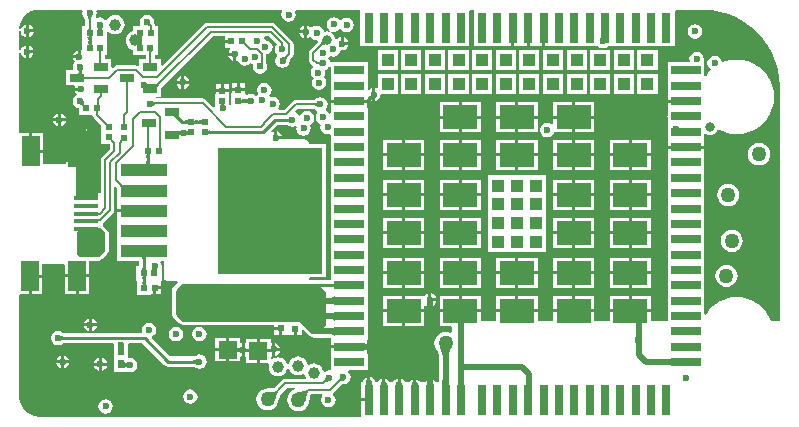
<source format=gbl>
G04 Layer_Physical_Order=4*
G04 Layer_Color=16711680*
%FSLAX44Y44*%
%MOMM*%
G71*
G01*
G75*
%ADD10R,0.6200X0.6200*%
%ADD13R,0.6200X0.6200*%
%ADD22R,1.2500X0.7000*%
%ADD28R,1.6000X1.5200*%
%ADD34C,0.1270*%
%ADD35C,0.5000*%
%ADD36C,0.2500*%
%ADD37C,0.2000*%
%ADD38C,0.3000*%
%ADD52C,1.0000*%
%ADD53C,0.6000*%
%ADD54C,1.2700*%
%ADD55C,0.8000*%
%ADD58C,0.2540*%
%ADD66R,2.1000X0.4000*%
%ADD67R,1.5000X2.5000*%
%ADD68R,2.5000X0.8000*%
%ADD69R,0.8000X2.5000*%
%ADD70R,1.1000X1.1000*%
%ADD71R,1.1000X1.1000*%
%ADD72R,3.0000X2.0000*%
%ADD73R,1.0000X1.0000*%
%ADD74R,4.0000X1.0693*%
%ADD75R,8.8900X10.6600*%
%ADD76R,0.5400X0.7901*%
%ADD77R,1.9405X1.9474*%
%ADD78R,1.9107X3.3086*%
%ADD79R,2.5678X2.6156*%
%ADD80R,0.6330X0.9918*%
%ADD81R,0.4778X1.3257*%
%ADD82R,2.3688X3.1174*%
%ADD83R,4.6009X3.0644*%
%ADD84R,1.2132X0.4636*%
G36*
X117246Y268623D02*
X118422Y268171D01*
X118787Y268060D01*
X119477Y267899D01*
X119802Y267849D01*
X120114Y267819D01*
X120412Y267809D01*
X120913Y266539D01*
X120606Y266519D01*
X120305Y266458D01*
X120008Y266356D01*
X119718Y266213D01*
X119432Y266030D01*
X119152Y265806D01*
X118877Y265542D01*
X118607Y265236D01*
X118343Y264890D01*
X118084Y264504D01*
X116828Y268814D01*
X117246Y268623D01*
D02*
G37*
G36*
X177019Y268153D02*
X177075Y267869D01*
X177169Y267570D01*
X177300Y267257D01*
X177468Y266929D01*
X177674Y266586D01*
X177918Y266229D01*
X178517Y265471D01*
X178872Y265071D01*
X177085Y264935D01*
X177058Y264832D01*
X177026Y264637D01*
X177007Y264416D01*
X177000Y264169D01*
X175730D01*
X175724Y264416D01*
X175705Y264637D01*
X175674Y264827D01*
X174170Y264713D01*
X174467Y265167D01*
X175169Y266403D01*
X175340Y266772D01*
X175590Y267445D01*
X175668Y267749D01*
X175715Y268032D01*
X175730Y268294D01*
X177000Y268423D01*
X177019Y268153D01*
D02*
G37*
G36*
X71470Y267113D02*
X71489Y266897D01*
X71521Y266707D01*
X71565Y266541D01*
X71622Y266402D01*
X71692Y266287D01*
X71775Y266199D01*
X71870Y266135D01*
X71978Y266097D01*
X72099Y266084D01*
X69559D01*
X69679Y266097D01*
X69787Y266135D01*
X69882Y266199D01*
X69965Y266287D01*
X70035Y266402D01*
X70092Y266541D01*
X70136Y266707D01*
X70168Y266897D01*
X70187Y267113D01*
X70194Y267354D01*
X71464D01*
X71470Y267113D01*
D02*
G37*
G36*
X74506Y275410D02*
X74398Y275372D01*
X74302Y275309D01*
X74220Y275220D01*
X74150Y275105D01*
X74093Y274966D01*
X74048Y274801D01*
X74017Y274610D01*
X73998Y274394D01*
X73991Y274153D01*
X72721D01*
X72715Y274394D01*
X72696Y274610D01*
X72664Y274801D01*
X72620Y274966D01*
X72562Y275105D01*
X72493Y275220D01*
X72410Y275309D01*
X72315Y275372D01*
X72207Y275410D01*
X72086Y275423D01*
X74626D01*
X74506Y275410D01*
D02*
G37*
G36*
X193027Y271341D02*
X193102Y271128D01*
X193229Y270941D01*
X193406Y270778D01*
X193634Y270641D01*
X193912Y270528D01*
X194241Y270441D01*
X194621Y270378D01*
X195051Y270341D01*
X195532Y270328D01*
Y268839D01*
X195807Y270328D01*
X196192Y270336D01*
X196923Y270401D01*
X197269Y270457D01*
X197602Y270530D01*
X197922Y270619D01*
X198228Y270724D01*
X198522Y270845D01*
X198803Y270982D01*
X199071Y271136D01*
X198477Y266513D01*
X198220Y266763D01*
X197950Y266987D01*
X197668Y267184D01*
X197374Y267355D01*
X197067Y267500D01*
X196747Y267618D01*
X196416Y267710D01*
X196071Y267776D01*
X195714Y267815D01*
X195424Y267825D01*
X195051Y267816D01*
X194621Y267778D01*
X194241Y267716D01*
X193912Y267628D01*
X193634Y267516D01*
X193406Y267378D01*
X193229Y267216D01*
X193102Y267028D01*
X193027Y266816D01*
X193001Y266578D01*
Y271578D01*
X193027Y271341D01*
D02*
G37*
G36*
X271476Y95677D02*
X271426Y95956D01*
X271276Y96206D01*
X271026Y96427D01*
X270676Y96618D01*
X270226Y96779D01*
X269676Y96912D01*
X269026Y97015D01*
X268276Y97088D01*
X266476Y97147D01*
Y102147D01*
X267426Y102161D01*
X269026Y102279D01*
X269676Y102382D01*
X270226Y102514D01*
X270676Y102676D01*
X271026Y102867D01*
X271276Y103087D01*
X271426Y103337D01*
X271476Y103616D01*
Y95677D01*
D02*
G37*
G36*
X140267Y255798D02*
X140153Y255744D01*
X140094Y255656D01*
X140090Y255532D01*
X140141Y255373D01*
X140247Y255179D01*
X140408Y254949D01*
X140624Y254684D01*
X141221Y254047D01*
X137686D01*
X137332Y254383D01*
X136979Y254684D01*
X136625Y254949D01*
X136272Y255179D01*
X135918Y255373D01*
X135564Y255532D01*
X135211Y255656D01*
X134857Y255744D01*
X134504Y255798D01*
X134150Y255815D01*
X140436D01*
X140267Y255798D01*
D02*
G37*
G36*
X71271Y259963D02*
X71163Y259924D01*
X71067Y259859D01*
X70985Y259768D01*
X70915Y259651D01*
X70858Y259508D01*
X70813Y259338D01*
X70782Y259143D01*
X70763Y258922D01*
X70756Y258675D01*
X69486D01*
X69480Y258922D01*
X69461Y259143D01*
X69429Y259338D01*
X69385Y259508D01*
X69328Y259651D01*
X69258Y259768D01*
X69175Y259859D01*
X69080Y259924D01*
X68972Y259963D01*
X68851Y259976D01*
X71391D01*
X71271Y259963D01*
D02*
G37*
G36*
X59015Y268107D02*
X59265Y266697D01*
X59373Y266305D01*
X59485Y265979D01*
X59498Y265977D01*
X59632D01*
X59749Y266012D01*
X59848Y266084D01*
X59560Y265797D01*
X59627Y265639D01*
X59773Y265364D01*
X59931Y265129D01*
X60102Y264932D01*
X59157Y264081D01*
X58965Y264250D01*
X58733Y264411D01*
X58463Y264564D01*
X58371Y264607D01*
X58052Y264288D01*
X58124Y264387D01*
X58159Y264504D01*
Y264638D01*
X58142Y264714D01*
X57803Y264848D01*
X57415Y264979D01*
X56520Y265216D01*
X55468Y265423D01*
X58957Y268655D01*
X59015Y268107D01*
D02*
G37*
G36*
X257680Y263405D02*
X257224Y263739D01*
X255994Y264532D01*
X255630Y264726D01*
X255289Y264884D01*
X254970Y265007D01*
X254675Y265095D01*
X254403Y265148D01*
X254153Y265166D01*
Y266436D01*
X254403Y266453D01*
X254675Y266506D01*
X254970Y266594D01*
X255289Y266718D01*
X255630Y266876D01*
X255994Y267070D01*
X256791Y267563D01*
X257680Y268197D01*
Y263405D01*
D02*
G37*
G36*
X271476Y82677D02*
X271426Y82956D01*
X271276Y83206D01*
X271026Y83427D01*
X270676Y83618D01*
X270226Y83779D01*
X269676Y83912D01*
X269026Y84015D01*
X268276Y84088D01*
X266476Y84147D01*
Y89147D01*
X267426Y89161D01*
X269026Y89279D01*
X269676Y89382D01*
X270226Y89514D01*
X270676Y89676D01*
X271026Y89867D01*
X271276Y90087D01*
X271426Y90337D01*
X271476Y90616D01*
Y82677D01*
D02*
G37*
G36*
X55192Y287407D02*
X55093Y287474D01*
X54975Y287533D01*
X54839Y287586D01*
X54683Y287631D01*
X54509Y287670D01*
X54316Y287701D01*
X53874Y287744D01*
X53625Y287754D01*
X53357Y287758D01*
Y289028D01*
X53625Y289031D01*
X54316Y289084D01*
X54509Y289115D01*
X54683Y289154D01*
X54839Y289199D01*
X54975Y289252D01*
X55093Y289312D01*
X55192Y289378D01*
Y287407D01*
D02*
G37*
G36*
X59559Y289542D02*
X59598Y289434D01*
X59663Y289339D01*
X59754Y289256D01*
X59872Y289186D01*
X60015Y289129D01*
X60184Y289085D01*
X60379Y289053D01*
X60600Y289034D01*
X60847Y289028D01*
Y287758D01*
X60600Y287751D01*
X60379Y287732D01*
X60184Y287701D01*
X60015Y287656D01*
X59872Y287599D01*
X59754Y287529D01*
X59663Y287446D01*
X59598Y287351D01*
X59559Y287243D01*
X59546Y287123D01*
Y289663D01*
X59559Y289542D01*
D02*
G37*
G36*
X56916Y289230D02*
X57032Y289187D01*
X57192Y289150D01*
X57395Y289117D01*
X57934Y289067D01*
X59071Y289030D01*
X59538Y289028D01*
Y287758D01*
X59071Y287755D01*
X57192Y287635D01*
X57032Y287598D01*
X56916Y287556D01*
X56845Y287508D01*
Y289277D01*
X56916Y289230D01*
D02*
G37*
G36*
X370028Y59196D02*
X369591Y58506D01*
X369205Y57809D01*
X368871Y57108D01*
X368588Y56401D01*
X368357Y55689D01*
X368177Y54971D01*
X368048Y54248D01*
X367971Y53520D01*
X367945Y52786D01*
X362945D01*
X362920Y53520D01*
X362842Y54248D01*
X362714Y54971D01*
X362534Y55689D01*
X362302Y56401D01*
X362020Y57108D01*
X361685Y57809D01*
X361300Y58506D01*
X360862Y59196D01*
X360374Y59881D01*
X370517D01*
X370028Y59196D01*
D02*
G37*
G36*
X58330Y295580D02*
X58151Y295274D01*
X57992Y294961D01*
X57855Y294640D01*
X57739Y294312D01*
X57644Y293977D01*
X57570Y293634D01*
X57534Y293396D01*
X57588Y293072D01*
X57675Y292743D01*
X57788Y292464D01*
X57925Y292236D01*
X58088Y292059D01*
X58275Y291933D01*
X58488Y291857D01*
X58725Y291832D01*
X53725D01*
X53963Y291857D01*
X54175Y291933D01*
X54363Y292059D01*
X54525Y292236D01*
X54663Y292464D01*
X54775Y292743D01*
X54863Y293072D01*
X54901Y293303D01*
X54867Y293498D01*
X54783Y293836D01*
X54675Y294168D01*
X54543Y294492D01*
X54387Y294809D01*
X54206Y295119D01*
X54002Y295422D01*
X53774Y295718D01*
X58531Y295879D01*
X58330Y295580D01*
D02*
G37*
G36*
X271476Y69677D02*
X271426Y69956D01*
X271276Y70206D01*
X271026Y70427D01*
X270676Y70618D01*
X270226Y70779D01*
X269676Y70912D01*
X269026Y71014D01*
X268276Y71088D01*
X266476Y71147D01*
Y76147D01*
X267426Y76161D01*
X269026Y76279D01*
X269676Y76382D01*
X270226Y76514D01*
X270676Y76676D01*
X271026Y76867D01*
X271276Y77087D01*
X271426Y77337D01*
X271476Y77616D01*
Y69677D01*
D02*
G37*
G36*
X264592Y106673D02*
Y78770D01*
X258563Y72742D01*
X257702Y73603D01*
X252421D01*
X242333Y83691D01*
X241546Y82904D01*
X143161D01*
Y83803D01*
X138193Y88771D01*
Y108075D01*
X142765Y112647D01*
X258618D01*
X264592Y106673D01*
D02*
G37*
G36*
X112014Y283961D02*
X113244Y283169D01*
X113609Y282975D01*
X113950Y282817D01*
X114268Y282693D01*
X114563Y282605D01*
X114836Y282553D01*
X115085Y282535D01*
Y281265D01*
X114836Y281247D01*
X114563Y281194D01*
X114268Y281106D01*
X113950Y280983D01*
X113609Y280825D01*
X113244Y280631D01*
X112447Y280138D01*
X111558Y279504D01*
Y284296D01*
X112014Y283961D01*
D02*
G37*
G36*
X97169Y284910D02*
X97061Y284872D01*
X96966Y284809D01*
X96883Y284720D01*
X96813Y284606D01*
X96756Y284466D01*
X96712Y284301D01*
X96680Y284110D01*
X96661Y283894D01*
X96654Y283653D01*
X95384D01*
X95378Y283894D01*
X95359Y284110D01*
X95327Y284301D01*
X95283Y284466D01*
X95226Y284606D01*
X95156Y284720D01*
X95073Y284809D01*
X94978Y284872D01*
X94870Y284910D01*
X94749Y284923D01*
X97289D01*
X97169Y284910D01*
D02*
G37*
G36*
X122987Y282550D02*
X122659Y282213D01*
X121928Y281352D01*
X121769Y281115D01*
X121652Y280903D01*
X121578Y280716D01*
X121546Y280554D01*
X121557Y280417D01*
X121609Y280305D01*
X120105Y282332D01*
X120190Y282251D01*
X120295Y282209D01*
X120422Y282206D01*
X120570Y282241D01*
X120739Y282315D01*
X120929Y282427D01*
X121140Y282577D01*
X121373Y282766D01*
X121901Y283260D01*
X122987Y282550D01*
D02*
G37*
G36*
X94131Y250707D02*
X94150Y250486D01*
X94181Y250291D01*
X94226Y250122D01*
X94283Y249979D01*
X94353Y249862D01*
X94435Y249771D01*
X94531Y249706D01*
X94639Y249667D01*
X94759Y249654D01*
X92219D01*
X92340Y249667D01*
X92448Y249706D01*
X92543Y249771D01*
X92626Y249862D01*
X92696Y249979D01*
X92753Y250122D01*
X92797Y250291D01*
X92829Y250486D01*
X92848Y250707D01*
X92854Y250954D01*
X94124D01*
X94131Y250707D01*
D02*
G37*
G36*
X111461Y127895D02*
X111499Y127465D01*
X111561Y127086D01*
X111649Y126757D01*
X111761Y126478D01*
X111899Y126251D01*
X112061Y126074D01*
X112249Y125947D01*
X112461Y125871D01*
X112699Y125846D01*
X107699D01*
X107936Y125871D01*
X108149Y125947D01*
X108336Y126074D01*
X108499Y126251D01*
X108636Y126478D01*
X108749Y126757D01*
X108836Y127086D01*
X108899Y127465D01*
X108936Y127895D01*
X108949Y128376D01*
X111449D01*
X111461Y127895D01*
D02*
G37*
G36*
X120152D02*
X120189Y127465D01*
X120252Y127086D01*
X120297Y126915D01*
X121378Y126849D01*
X121143Y126564D01*
X120932Y126271D01*
X120793Y126046D01*
X120939Y125947D01*
X121152Y125871D01*
X121389Y125846D01*
X120682D01*
X120585Y125658D01*
X120449Y125339D01*
X120337Y125010D01*
X120251Y124674D01*
X120189Y124328D01*
X120152Y123974D01*
X120139Y123611D01*
X117639Y123832D01*
X117629Y124202D01*
X117600Y124564D01*
X117551Y124916D01*
X117482Y125260D01*
X117393Y125595D01*
X117310Y125846D01*
X116389D01*
X116627Y125871D01*
X116839Y125947D01*
X117027Y126074D01*
X117164Y126223D01*
X117157Y126239D01*
X117010Y126548D01*
X116842Y126848D01*
X116656Y127139D01*
X117527Y127086D01*
X117527Y127086D01*
X117589Y127465D01*
X117627Y127895D01*
X117639Y128376D01*
X120139D01*
X120152Y127895D01*
D02*
G37*
G36*
X114141Y230387D02*
X114160Y230166D01*
X114192Y229971D01*
X114236Y229802D01*
X114293Y229659D01*
X114363Y229542D01*
X114446Y229450D01*
X114541Y229386D01*
X114649Y229347D01*
X114770Y229333D01*
X114142D01*
X114257Y227525D01*
X114294Y227365D01*
X114337Y227250D01*
X114384Y227178D01*
X112615D01*
X112663Y227250D01*
X112705Y227365D01*
X112743Y227525D01*
X112775Y227729D01*
X112825Y228267D01*
X112860Y229333D01*
X112230D01*
X112350Y229347D01*
X112458Y229386D01*
X112554Y229450D01*
X112636Y229542D01*
X112706Y229659D01*
X112763Y229802D01*
X112808Y229971D01*
X112839Y230166D01*
X112858Y230387D01*
X112865Y230634D01*
X114135D01*
X114141Y230387D01*
D02*
G37*
G36*
X83107Y236699D02*
X83074Y236584D01*
X83077Y236451D01*
X83116Y236299D01*
X83191Y236129D01*
X83302Y235940D01*
X83449Y235732D01*
X83631Y235506D01*
X84104Y234999D01*
X83207Y234101D01*
X82943Y234355D01*
X82473Y234756D01*
X82265Y234903D01*
X82076Y235014D01*
X81906Y235089D01*
X81754Y235128D01*
X81621Y235131D01*
X81507Y235098D01*
X81411Y235029D01*
X83176Y236795D01*
X83107Y236699D01*
D02*
G37*
G36*
X124284Y230387D02*
X124303Y230166D01*
X124334Y229971D01*
X124379Y229802D01*
X124436Y229659D01*
X124506Y229542D01*
X124588Y229450D01*
X124684Y229386D01*
X124792Y229347D01*
X124912Y229333D01*
X122372D01*
X122493Y229347D01*
X122601Y229386D01*
X122696Y229450D01*
X122779Y229542D01*
X122849Y229659D01*
X122906Y229802D01*
X122950Y229971D01*
X122982Y230166D01*
X123001Y230387D01*
X123007Y230634D01*
X124277D01*
X124284Y230387D01*
D02*
G37*
G36*
X71351Y161636D02*
X71391Y161586D01*
X71457Y161542D01*
X71549Y161504D01*
X71669Y161472D01*
X71814Y161446D01*
X71986Y161425D01*
X72410Y161402D01*
X72661Y161399D01*
Y160399D01*
X76217Y156843D01*
Y142111D01*
X71645Y137539D01*
X55934D01*
X53902Y139571D01*
Y156879D01*
X57393Y160371D01*
X71338D01*
Y161692D01*
X71351Y161636D01*
D02*
G37*
G36*
X89796Y198817D02*
X90296Y198386D01*
X90511Y198232D01*
X90702Y198119D01*
X90870Y198047D01*
X91015Y198015D01*
X91135Y198024D01*
X91233Y198075D01*
X91306Y198166D01*
X91064Y197729D01*
X91135Y197687D01*
X91590Y197502D01*
X92099Y197372D01*
X92661Y197297D01*
X93277Y197277D01*
X93946Y197311D01*
X94669Y197401D01*
X95445Y197545D01*
X96274Y197744D01*
X92880Y191133D01*
X92541Y192003D01*
X90973Y195389D01*
X90684Y195872D01*
X90318Y196387D01*
X90045Y195896D01*
X90091Y196014D01*
X90107Y196146D01*
X90092Y196292D01*
X90045Y196451D01*
X89968Y196624D01*
X89860Y196810D01*
X89720Y197010D01*
X89550Y197224D01*
X89116Y197692D01*
X89510Y199094D01*
X89796Y198817D01*
D02*
G37*
G36*
X112461Y136545D02*
X112249Y136470D01*
X112061Y136345D01*
X111899Y136170D01*
X111761Y135945D01*
X111649Y135670D01*
X111561Y135345D01*
X111499Y134970D01*
X111461Y134545D01*
X111449Y134070D01*
X108949D01*
X108936Y134545D01*
X108899Y134970D01*
X108836Y135345D01*
X108749Y135670D01*
X108636Y135945D01*
X108499Y136170D01*
X108336Y136345D01*
X108149Y136470D01*
X107936Y136545D01*
X107699Y136570D01*
X112699D01*
X112461Y136545D01*
D02*
G37*
G36*
X115762Y223200D02*
X115550Y223125D01*
X115362Y223000D01*
X115200Y222825D01*
X115062Y222600D01*
X114950Y222325D01*
X114862Y222000D01*
X114800Y221625D01*
X114762Y221200D01*
X114750Y220725D01*
X112250D01*
X112237Y221200D01*
X112200Y221625D01*
X112137Y222000D01*
X112050Y222325D01*
X111937Y222600D01*
X111800Y222825D01*
X111637Y223000D01*
X111450Y223125D01*
X111237Y223200D01*
X111000Y223225D01*
X116000D01*
X115762Y223200D01*
D02*
G37*
G36*
X114762Y217214D02*
X114800Y216783D01*
X114862Y216404D01*
X114950Y216075D01*
X115062Y215797D01*
X115200Y215569D01*
X115362Y215392D01*
X115550Y215265D01*
X115762Y215189D01*
X116000Y215164D01*
X111000D01*
X111237Y215189D01*
X111450Y215265D01*
X111637Y215392D01*
X111800Y215569D01*
X111937Y215797D01*
X112050Y216075D01*
X112137Y216404D01*
X112200Y216783D01*
X112237Y217214D01*
X112250Y217694D01*
X114750D01*
X114762Y217214D01*
D02*
G37*
G36*
X92216Y234545D02*
X92117Y234617D01*
X92000Y234653D01*
X91866D01*
X91713Y234617D01*
X91542Y234545D01*
X91354Y234437D01*
X91147Y234294D01*
X90923Y234114D01*
X90420Y233647D01*
X89522Y234545D01*
X89773Y234806D01*
X90168Y235273D01*
X90312Y235479D01*
X90420Y235668D01*
X90492Y235838D01*
X90527Y235991D01*
Y236126D01*
X90492Y236243D01*
X90420Y236341D01*
X92216Y234545D01*
D02*
G37*
G36*
X77328Y250784D02*
X77795Y250389D01*
X78001Y250245D01*
X78190Y250138D01*
X78361Y250066D01*
X78513Y250030D01*
X78648D01*
X78765Y250066D01*
X78864Y250138D01*
X77067Y248342D01*
X77139Y248440D01*
X77175Y248557D01*
Y248692D01*
X77139Y248845D01*
X77067Y249015D01*
X76960Y249204D01*
X76816Y249410D01*
X76636Y249635D01*
X76170Y250138D01*
X77067Y251036D01*
X77328Y250784D01*
D02*
G37*
G36*
X271506Y110107D02*
X271481Y110348D01*
X271403Y110564D01*
X271275Y110754D01*
X271095Y110920D01*
X270864Y111059D01*
X270581Y111173D01*
X270247Y111262D01*
X269861Y111326D01*
X269424Y111364D01*
X268936Y111377D01*
Y113917D01*
X269424Y113929D01*
X269861Y113968D01*
X270247Y114031D01*
X270581Y114120D01*
X270864Y114234D01*
X271095Y114374D01*
X271275Y114539D01*
X271403Y114729D01*
X271481Y114945D01*
X271506Y115187D01*
Y110107D01*
D02*
G37*
G36*
X147171Y248632D02*
X147147Y248870D01*
X147072Y249082D01*
X146946Y249270D01*
X146771Y249432D01*
X146546Y249570D01*
X146271Y249682D01*
X145947Y249770D01*
X145571Y249832D01*
X145147Y249870D01*
X144671Y249882D01*
Y252382D01*
X145147Y252395D01*
X145571Y252432D01*
X145947Y252495D01*
X146271Y252582D01*
X146546Y252695D01*
X146771Y252832D01*
X146946Y252995D01*
X147072Y253182D01*
X147147Y253395D01*
X147171Y253632D01*
Y248632D01*
D02*
G37*
G36*
X159030D02*
X159005Y248870D01*
X158929Y249082D01*
X158802Y249270D01*
X158625Y249432D01*
X158398Y249570D01*
X158119Y249682D01*
X157790Y249770D01*
X157411Y249832D01*
X156981Y249870D01*
X156500Y249882D01*
Y252382D01*
X156981Y252395D01*
X157411Y252432D01*
X157790Y252495D01*
X158119Y252582D01*
X158398Y252695D01*
X158625Y252832D01*
X158802Y252995D01*
X158929Y253182D01*
X159005Y253395D01*
X159030Y253632D01*
Y248632D01*
D02*
G37*
G36*
X153305Y253395D02*
X153381Y253182D01*
X153508Y252995D01*
X153685Y252832D01*
X153913Y252695D01*
X154191Y252582D01*
X154520Y252495D01*
X154900Y252432D01*
X155330Y252395D01*
X155810Y252382D01*
Y249882D01*
X155330Y249870D01*
X154900Y249832D01*
X154520Y249770D01*
X154191Y249682D01*
X153913Y249570D01*
X153685Y249432D01*
X153508Y249270D01*
X153381Y249082D01*
X153305Y248870D01*
X153280Y248632D01*
Y253632D01*
X153305Y253395D01*
D02*
G37*
G36*
X111461Y115854D02*
X111499Y115428D01*
X111561Y115054D01*
X111649Y114728D01*
X111761Y114453D01*
X111899Y114228D01*
X112061Y114053D01*
X112249Y113928D01*
X112461Y113854D01*
X112699Y113828D01*
X107699D01*
X107936Y113854D01*
X108149Y113928D01*
X108336Y114053D01*
X108499Y114228D01*
X108636Y114453D01*
X108749Y114728D01*
X108836Y115054D01*
X108899Y115428D01*
X108936Y115854D01*
X108949Y116328D01*
X111449D01*
X111461Y115854D01*
D02*
G37*
G36*
X112461Y119712D02*
X112249Y119637D01*
X112061Y119512D01*
X111899Y119337D01*
X111761Y119112D01*
X111649Y118837D01*
X111561Y118512D01*
X111499Y118137D01*
X111461Y117712D01*
X111449Y117237D01*
X108949D01*
X108936Y117712D01*
X108899Y118137D01*
X108836Y118512D01*
X108749Y118837D01*
X108636Y119112D01*
X108499Y119337D01*
X108336Y119512D01*
X108149Y119637D01*
X107936Y119712D01*
X107699Y119737D01*
X112699D01*
X112461Y119712D01*
D02*
G37*
G36*
X254090Y262068D02*
X254266Y261986D01*
X254445Y261891D01*
X255490Y261218D01*
X255870Y260939D01*
X256175Y260797D01*
X256672Y260465D01*
X256721Y260405D01*
X257045Y259109D01*
X257022Y258878D01*
X256125Y257535D01*
X255659Y255194D01*
X256125Y252853D01*
X257451Y250868D01*
X259436Y249542D01*
X259754Y248184D01*
X259440Y246603D01*
X259905Y244262D01*
X261231Y242277D01*
X263216Y240951D01*
X265557Y240485D01*
X267175Y240807D01*
X268445Y239905D01*
Y235647D01*
Y222647D01*
Y209647D01*
Y196647D01*
Y183647D01*
Y170647D01*
Y157647D01*
Y144647D01*
Y131647D01*
Y117000D01*
X250576D01*
X249895Y118270D01*
X250205Y118738D01*
X250371Y119582D01*
X264112D01*
Y232182D01*
X250211D01*
X249901Y233722D01*
X249013Y235042D01*
X247688Y235923D01*
X246126Y236229D01*
X227945Y236181D01*
X227718Y236457D01*
X221602D01*
Y237727D01*
X220332D01*
Y243123D01*
X219441Y242946D01*
X218668Y242429D01*
X217858Y243416D01*
X223099Y248657D01*
X231532D01*
X233505Y247338D01*
X235847Y246873D01*
X238188Y247338D01*
X238200Y247347D01*
X239343Y246583D01*
X239119Y245458D01*
X239585Y243117D01*
X240911Y241132D01*
X242896Y239806D01*
X245237Y239340D01*
X247578Y239806D01*
X249563Y241132D01*
X250889Y243117D01*
X251355Y245458D01*
X250889Y247799D01*
X250849Y247859D01*
X250538Y248801D01*
X252522Y250127D01*
X253848Y252111D01*
X254314Y254453D01*
X253848Y256794D01*
X252522Y258778D01*
X250538Y260105D01*
X248197Y260570D01*
X245856Y260105D01*
X243871Y258778D01*
X242545Y256794D01*
X242431Y256222D01*
X241083Y255954D01*
X240172Y257316D01*
X238452Y258465D01*
X238055Y259865D01*
X240285Y262095D01*
X254022D01*
X254090Y262068D01*
D02*
G37*
G36*
X114649Y246302D02*
X114541Y246264D01*
X114446Y246201D01*
X114363Y246112D01*
X114293Y245998D01*
X114236Y245858D01*
X114192Y245693D01*
X114160Y245502D01*
X114141Y245286D01*
X114135Y245045D01*
X112865D01*
X112858Y245286D01*
X112839Y245502D01*
X112808Y245693D01*
X112763Y245858D01*
X112706Y245998D01*
X112636Y246112D01*
X112554Y246201D01*
X112458Y246264D01*
X112350Y246302D01*
X112230Y246315D01*
X114770D01*
X114649Y246302D01*
D02*
G37*
G36*
X165164Y244449D02*
X165239Y244237D01*
X165364Y244049D01*
X165539Y243887D01*
X165764Y243749D01*
X166039Y243637D01*
X166364Y243549D01*
X166739Y243487D01*
X167164Y243449D01*
X167639Y243437D01*
Y240937D01*
X167164Y240924D01*
X166739Y240887D01*
X166364Y240824D01*
X166039Y240737D01*
X165764Y240624D01*
X165539Y240487D01*
X165364Y240324D01*
X165239Y240137D01*
X165164Y239924D01*
X165139Y239687D01*
Y244687D01*
X165164Y244449D01*
D02*
G37*
G36*
X107656Y319650D02*
X107676Y319239D01*
X107947D01*
X107960Y318764D01*
X107997Y318339D01*
X108060Y317964D01*
X108147Y317639D01*
X108260Y317364D01*
X108397Y317139D01*
X108560Y316964D01*
X108747Y316839D01*
X108960Y316764D01*
X109197Y316739D01*
X107799D01*
X107947Y313732D01*
X105447D01*
X105429Y314067D01*
X105376Y314359D01*
X105287Y314609D01*
X105162Y314815D01*
X105002Y314978D01*
X104807Y315099D01*
X104575Y315177D01*
X104308Y315212D01*
X104006Y315203D01*
X103668Y315153D01*
X104890Y316739D01*
X104197D01*
X104435Y316764D01*
X104647Y316839D01*
X104835Y316964D01*
X104997Y317139D01*
X105135Y317364D01*
X105247Y317639D01*
X105335Y317964D01*
X105397Y318339D01*
X105435Y318764D01*
X105447Y319239D01*
X106817D01*
X107410Y320010D01*
X107656Y319650D01*
D02*
G37*
G36*
X74175Y310588D02*
X74067Y310550D01*
X73971Y310487D01*
X73889Y310398D01*
X73819Y310283D01*
X73762Y310144D01*
X73717Y309979D01*
X73686Y309788D01*
X73667Y309572D01*
X73660Y309331D01*
X72390D01*
X72384Y309572D01*
X72365Y309788D01*
X72333Y309979D01*
X72289Y310144D01*
X72231Y310283D01*
X72162Y310398D01*
X72079Y310487D01*
X71984Y310550D01*
X71876Y310588D01*
X71755Y310601D01*
X74295D01*
X74175Y310588D01*
D02*
G37*
G36*
X65288Y318759D02*
X65325Y318329D01*
X65388Y317949D01*
X65475Y317620D01*
X65588Y317342D01*
X65725Y317114D01*
X65888Y316937D01*
X66075Y316811D01*
X66288Y316735D01*
X66525Y316709D01*
X61525D01*
X61763Y316735D01*
X61975Y316811D01*
X62163Y316937D01*
X62325Y317114D01*
X62463Y317342D01*
X62575Y317620D01*
X62663Y317949D01*
X62725Y318329D01*
X62763Y318759D01*
X62775Y319240D01*
X65275D01*
X65288Y318759D01*
D02*
G37*
G36*
X501080Y324827D02*
X501088Y324507D01*
X501148Y323847D01*
X501200Y323507D01*
X501350Y322806D01*
X501447Y322445D01*
X501829Y321323D01*
X497763Y322951D01*
X498152Y323149D01*
X498500Y323361D01*
X498807Y323585D01*
X499073Y323824D01*
X499299Y324075D01*
X499483Y324340D01*
X499626Y324618D01*
X499728Y324909D01*
X499790Y325214D01*
X499810Y325531D01*
X501080Y324827D01*
D02*
G37*
G36*
X66288Y322912D02*
X66075Y322837D01*
X65888Y322712D01*
X65725Y322537D01*
X65588Y322312D01*
X65475Y322037D01*
X65388Y321712D01*
X65325Y321337D01*
X65288Y320912D01*
X65275Y320437D01*
X62775D01*
X62763Y320912D01*
X62725Y321337D01*
X62663Y321712D01*
X62575Y322037D01*
X62463Y322312D01*
X62325Y322537D01*
X62163Y322712D01*
X61975Y322837D01*
X61763Y322912D01*
X61525Y322937D01*
X66525D01*
X66288Y322912D01*
D02*
G37*
G36*
X73667Y302385D02*
X73686Y302164D01*
X73717Y301969D01*
X73762Y301800D01*
X73819Y301657D01*
X73889Y301540D01*
X73971Y301449D01*
X74067Y301384D01*
X74175Y301345D01*
X74295Y301332D01*
X71755D01*
X71876Y301345D01*
X71984Y301384D01*
X72079Y301449D01*
X72162Y301540D01*
X72231Y301657D01*
X72289Y301800D01*
X72333Y301969D01*
X72365Y302164D01*
X72384Y302385D01*
X72390Y302632D01*
X73660D01*
X73667Y302385D01*
D02*
G37*
G36*
X226826Y345866D02*
X227424Y344746D01*
X227020Y344140D01*
X226554Y341799D01*
X227020Y339458D01*
X228346Y337473D01*
X230330Y336147D01*
X232671Y335681D01*
X235012Y336147D01*
X236997Y337473D01*
X238323Y339458D01*
X238789Y341799D01*
X238323Y344140D01*
X237920Y344744D01*
X238518Y345864D01*
X293445Y345855D01*
Y315147D01*
X385445D01*
Y344941D01*
X386343Y345839D01*
X389445Y345838D01*
Y315147D01*
X416445D01*
Y315607D01*
X421175D01*
Y330647D01*
X423715D01*
Y315607D01*
X434175D01*
Y330647D01*
X436715D01*
Y315607D01*
X447175D01*
Y330647D01*
X449715D01*
Y315607D01*
X454445D01*
Y315147D01*
X494128D01*
X494234Y314988D01*
X496219Y313662D01*
X498560Y313196D01*
X500901Y313662D01*
X502886Y314988D01*
X502992Y315147D01*
X559445D01*
Y344911D01*
X560343Y345809D01*
X585854Y345805D01*
X585883Y345774D01*
X585883Y345774D01*
X585884Y345774D01*
X590906Y345492D01*
X598066Y344275D01*
X605046Y342265D01*
X611756Y339485D01*
X618113Y335972D01*
X624036Y331769D01*
X629452Y326929D01*
X634291Y321513D01*
X638494Y315590D01*
X642008Y309233D01*
X644787Y302523D01*
X646798Y295544D01*
X648014Y288383D01*
X648422Y281132D01*
X648363Y280082D01*
X648296Y278903D01*
X648296Y278903D01*
X648327Y277661D01*
Y277572D01*
X648238Y82504D01*
X640772D01*
X639271Y86126D01*
X636765Y90217D01*
X633649Y93864D01*
X630002Y96980D01*
X625911Y99486D01*
X621480Y101322D01*
X616815Y102442D01*
X612033Y102818D01*
X607251Y102442D01*
X602586Y101322D01*
X598154Y99486D01*
X594064Y96980D01*
X590416Y93864D01*
X587301Y90217D01*
X585715Y87629D01*
X584445Y87987D01*
Y92647D01*
Y105647D01*
Y118647D01*
Y131647D01*
Y144647D01*
Y157647D01*
Y170647D01*
Y183647D01*
Y196647D01*
Y209647D01*
Y223647D01*
X583985D01*
Y228377D01*
X568945D01*
X553905D01*
Y223647D01*
X553445D01*
Y209647D01*
Y196647D01*
Y183647D01*
Y170647D01*
Y157647D01*
Y144647D01*
Y131647D01*
Y118647D01*
Y105647D01*
Y92647D01*
Y82504D01*
X539485D01*
Y89877D01*
X521945D01*
X504405D01*
Y82504D01*
X491485D01*
Y89877D01*
X473945D01*
X456405D01*
Y82504D01*
X443485D01*
Y89877D01*
X425945D01*
Y91147D01*
D01*
Y89877D01*
X408405D01*
Y82504D01*
X395485D01*
Y89877D01*
X377945D01*
Y91147D01*
D01*
Y89877D01*
X360405D01*
Y78607D01*
X370302D01*
X370788Y77433D01*
X370711Y77356D01*
Y72979D01*
X369441Y72168D01*
X367886Y72812D01*
X365445Y73133D01*
X363004Y72812D01*
X360730Y71870D01*
X358777Y70371D01*
X357278Y68418D01*
X356336Y66144D01*
X356015Y63703D01*
X356336Y61262D01*
X357278Y58987D01*
X357782Y58331D01*
X357883Y58106D01*
X358323Y57489D01*
X358667Y56945D01*
X358964Y56409D01*
X359216Y55881D01*
X359425Y55359D01*
X359592Y54843D01*
X359721Y54330D01*
X359812Y53819D01*
X359837Y53578D01*
Y31667D01*
X359833Y31515D01*
X359796Y31147D01*
X358445D01*
Y31147D01*
X357199Y31204D01*
X356880Y31681D01*
X355048Y32906D01*
X354156Y33083D01*
Y27687D01*
X351616D01*
Y33083D01*
X350725Y32906D01*
X348892Y31681D01*
X348228Y30687D01*
X344267D01*
X343409Y31972D01*
X341576Y33196D01*
X340684Y33374D01*
Y27978D01*
X338144D01*
Y33374D01*
X337253Y33196D01*
X335420Y31972D01*
X334562Y30687D01*
X331192D01*
X330234Y32121D01*
X328402Y33345D01*
X327510Y33522D01*
Y28126D01*
X324970D01*
Y33522D01*
X324078Y33345D01*
X322246Y32121D01*
X321288Y30687D01*
X318211D01*
X317057Y32413D01*
X315225Y33638D01*
X314333Y33815D01*
Y28419D01*
X311793D01*
Y33815D01*
X310902Y33638D01*
X309069Y32413D01*
X307915Y30687D01*
X306078D01*
X305837Y31899D01*
X304613Y33731D01*
X302780Y34956D01*
X301889Y35133D01*
Y29737D01*
X299349D01*
Y35133D01*
X298457Y34956D01*
X296625Y33731D01*
X295400Y31899D01*
X295159Y30687D01*
X293905D01*
Y16917D01*
X300445D01*
Y14377D01*
X293905D01*
Y1308D01*
X22300D01*
X22299Y1329D01*
X22092Y1308D01*
X20980D01*
X18216Y1581D01*
X15023Y2549D01*
X12081Y4122D01*
X9502Y6239D01*
X7385Y8818D01*
X5812Y11760D01*
X4844Y14953D01*
X4592Y17510D01*
X4592Y17510D01*
X4592D01*
X4457Y18767D01*
X4456Y72306D01*
X4498Y72515D01*
X4497Y104522D01*
X5395Y105420D01*
X12751D01*
Y120460D01*
X14021D01*
Y121730D01*
X24061D01*
Y131028D01*
X42526Y131028D01*
X43424Y130130D01*
Y121936D01*
X53464D01*
X63504D01*
Y133460D01*
X71645D01*
X71645Y133460D01*
X73206Y133771D01*
X74529Y134655D01*
X79101Y139227D01*
X79101Y139227D01*
X79985Y140550D01*
X80296Y142111D01*
Y156843D01*
X80296Y156843D01*
X79985Y158403D01*
X79101Y159727D01*
X75545Y163283D01*
X75073Y163598D01*
X75089Y165089D01*
X75669Y165477D01*
X83918Y173726D01*
X84721Y174928D01*
X85003Y176347D01*
Y195640D01*
X86138Y196129D01*
X86984Y195436D01*
Y184533D01*
X86984D01*
X87444Y183769D01*
Y177152D01*
X109984D01*
Y174612D01*
X87444D01*
Y168310D01*
X86984Y167231D01*
X86984Y167231D01*
X86984Y167231D01*
Y150538D01*
X86984D01*
Y150233D01*
X86984D01*
Y133539D01*
X105865D01*
Y128907D01*
X103789D01*
Y116707D01*
X104099D01*
Y104659D01*
X116299D01*
Y105119D01*
X117929D01*
Y110759D01*
X119199D01*
Y112029D01*
X124839D01*
Y116399D01*
X124989Y116707D01*
X124989D01*
Y127538D01*
X125247Y128836D01*
X124782Y131177D01*
X124052Y132269D01*
X124731Y133539D01*
X126738D01*
X126774Y119972D01*
X127089Y118412D01*
X127976Y117091D01*
X129302Y116210D01*
X130863Y115904D01*
X138089Y115923D01*
X138616Y114655D01*
X135115Y111153D01*
X134171Y109741D01*
X133840Y108075D01*
Y88771D01*
X134171Y87105D01*
X135115Y85692D01*
X140195Y80612D01*
X141607Y79668D01*
X143273Y79337D01*
X219821D01*
Y78987D01*
X220281D01*
Y77357D01*
X225921D01*
Y76087D01*
X227191D01*
Y70447D01*
X231561D01*
Y70447D01*
X232482Y70415D01*
Y70415D01*
X232818Y70415D01*
X236852D01*
Y76055D01*
X239392D01*
Y70415D01*
X243762D01*
Y74446D01*
X244935Y74932D01*
X249582Y70285D01*
X249918Y70061D01*
X250297Y69681D01*
X252116Y68466D01*
X254262Y68039D01*
X267925D01*
X268077Y68034D01*
X268445Y67998D01*
Y66647D01*
X268905D01*
Y61917D01*
X283945D01*
X296415D01*
Y64616D01*
X296465Y64337D01*
X296615Y64087D01*
X296865Y63867D01*
X297215Y63676D01*
X297665Y63514D01*
X298215Y63382D01*
X298865Y63279D01*
X298985Y63267D01*
Y66647D01*
X299445D01*
Y79647D01*
Y92647D01*
Y105647D01*
Y118647D01*
Y131647D01*
Y144647D01*
Y157647D01*
Y170647D01*
Y183647D01*
Y196647D01*
Y209647D01*
Y222647D01*
Y235647D01*
Y248647D01*
Y262647D01*
X298985D01*
Y267377D01*
X298348D01*
X298004Y267347D01*
X297624Y267284D01*
X297295Y267197D01*
X297017Y267084D01*
X296789Y266947D01*
X296612Y266784D01*
X296486Y266597D01*
X296410Y266384D01*
X296384Y266147D01*
Y267377D01*
X283945D01*
X268905D01*
Y262647D01*
X268445D01*
Y258299D01*
X267175Y257914D01*
X266103Y259520D01*
X264591Y260530D01*
X264140Y261076D01*
X264240Y262116D01*
X265137Y263460D01*
X265603Y265801D01*
X265137Y268142D01*
X263811Y270127D01*
X261826Y271453D01*
X259485Y271918D01*
X257144Y271453D01*
X256194Y270818D01*
X255904Y270687D01*
X255097Y270112D01*
X254470Y269723D01*
X254266Y269615D01*
X254090Y269534D01*
X254022Y269507D01*
X238750D01*
X237332Y269225D01*
X236129Y268421D01*
X228829Y261121D01*
X224512D01*
X223841Y262391D01*
X224797Y263821D01*
X225262Y266162D01*
X224797Y268503D01*
X223471Y270488D01*
X221486Y271814D01*
X219145Y272280D01*
X217389Y271931D01*
X216146Y272785D01*
X216083Y273527D01*
X216346Y273703D01*
X217672Y275688D01*
X218138Y278029D01*
X217672Y280370D01*
X216346Y282354D01*
X214361Y283680D01*
X212020Y284146D01*
X209679Y283680D01*
X207695Y282354D01*
X206369Y280370D01*
X205903Y278029D01*
X206369Y275688D01*
X207269Y274340D01*
X206077Y273544D01*
X204975Y272909D01*
X204974D01*
X202989Y274235D01*
X200648Y274701D01*
X198307Y274235D01*
X197730Y273850D01*
X197551Y273790D01*
X197370Y273686D01*
X197267Y273636D01*
X196621Y273917D01*
X196470Y274011D01*
X196341Y274122D01*
X196205Y274283D01*
X196204Y274284D01*
X196062Y274641D01*
Y275178D01*
X195602D01*
Y276808D01*
X189962D01*
X184322D01*
Y275178D01*
X183862D01*
Y265587D01*
X182592Y265104D01*
X182465Y265247D01*
Y274608D01*
X182005D01*
Y276238D01*
X176365D01*
X170725D01*
Y274608D01*
X170265D01*
Y263732D01*
X168995Y263206D01*
X162406Y269795D01*
X161204Y270598D01*
X159786Y270880D01*
X120510D01*
X120217Y271122D01*
X120673Y272393D01*
X124670D01*
Y279856D01*
X124860Y280079D01*
X168259Y323479D01*
X178574D01*
Y320610D01*
X184214D01*
Y318070D01*
X178574D01*
Y313700D01*
X182787D01*
X183172Y312430D01*
X183077Y312367D01*
X181853Y310534D01*
X181676Y309643D01*
X187071D01*
Y308373D01*
X188342D01*
Y302959D01*
X189756Y302243D01*
X191082Y300258D01*
X193067Y298932D01*
X195408Y298466D01*
X197749Y298932D01*
X199734Y300258D01*
X200207Y300967D01*
X201607Y300032D01*
X202588Y299837D01*
X202223Y297999D01*
X202688Y295658D01*
X204014Y293673D01*
X205999Y292347D01*
X208340Y291881D01*
X210681Y292347D01*
X211517Y292906D01*
X211541Y292910D01*
X212743Y293714D01*
X213547Y294916D01*
X213568Y295023D01*
X213992Y295658D01*
X214458Y297999D01*
X213992Y300340D01*
X213829Y300584D01*
Y308241D01*
X213819Y308291D01*
X215217Y308569D01*
X217202Y309895D01*
X218528Y311880D01*
X218993Y314221D01*
X218528Y316562D01*
X217202Y318547D01*
X215217Y319873D01*
X212876Y320339D01*
X212234Y320211D01*
X211880Y321992D01*
X211635Y322359D01*
X212233Y323479D01*
X215757D01*
X222460Y316775D01*
X221237Y314946D01*
X220772Y312605D01*
X221237Y310264D01*
X222564Y308279D01*
X223154Y307884D01*
Y307087D01*
X221828Y305103D01*
X221362Y302762D01*
X221828Y300421D01*
X223154Y298436D01*
X225139Y297110D01*
X227480Y296644D01*
X229821Y297110D01*
X231806Y298436D01*
X233132Y300421D01*
X233314Y301339D01*
X233318Y301345D01*
X233335Y301441D01*
X233401Y301772D01*
X233499Y302073D01*
X233560Y302574D01*
X233597Y302762D01*
X233592Y302787D01*
X233619Y302959D01*
X233770Y303676D01*
X233828Y303880D01*
X233886Y304048D01*
X233907Y304095D01*
X235685Y305874D01*
X236488Y307076D01*
X236770Y308494D01*
Y316801D01*
X236488Y318219D01*
X235685Y319422D01*
X221491Y333615D01*
X220289Y334419D01*
X218870Y334701D01*
X163726D01*
X162308Y334419D01*
X161105Y333615D01*
X125844Y298354D01*
X124670Y298840D01*
Y304393D01*
X119341D01*
Y307570D01*
X121735D01*
Y319770D01*
X121797Y319907D01*
X121797D01*
Y332107D01*
X120635D01*
X119403Y332376D01*
X119121Y333795D01*
X118563Y334630D01*
X118728Y335463D01*
X118263Y337804D01*
X116937Y339788D01*
X114952Y341115D01*
X112611Y341580D01*
X110270Y341115D01*
X108285Y339788D01*
X106959Y337804D01*
X106493Y335463D01*
X106908Y333377D01*
X106226Y332107D01*
X100597D01*
Y327848D01*
X100583Y327846D01*
X98637Y327040D01*
X96966Y325758D01*
X95684Y324087D01*
X94878Y322141D01*
X94603Y320052D01*
X94878Y317964D01*
X95684Y316018D01*
X96966Y314347D01*
X98637Y313064D01*
X100534Y312279D01*
Y307570D01*
X111928D01*
Y304393D01*
X106170D01*
Y298902D01*
X104900Y298223D01*
X104499Y298492D01*
X103080Y298774D01*
X87056D01*
X85638Y298492D01*
X84435Y297688D01*
X83780Y297033D01*
X82606Y297519D01*
Y304393D01*
X76732D01*
Y307570D01*
X79125D01*
Y319770D01*
X79125D01*
Y319907D01*
X79125D01*
Y326967D01*
X80395Y327458D01*
X81709Y326450D01*
X83655Y325644D01*
X85744Y325369D01*
X87832Y325644D01*
X89778Y326450D01*
X91449Y327733D01*
X92732Y329404D01*
X93538Y331350D01*
X93813Y333438D01*
X93538Y335527D01*
X92732Y337473D01*
X91449Y339144D01*
X89778Y340426D01*
X87832Y341232D01*
X85744Y341507D01*
X83655Y341232D01*
X81709Y340426D01*
X80038Y339144D01*
X78852Y337598D01*
X77684Y337367D01*
X77492Y337348D01*
X77305Y337628D01*
X75320Y338955D01*
X72979Y339420D01*
X70638Y338955D01*
X70074Y338578D01*
X70051Y338592D01*
X69153Y339490D01*
X69200Y339560D01*
X69262Y339645D01*
X69265Y339657D01*
X69830Y340503D01*
X70296Y342844D01*
X69942Y344623D01*
X70768Y345893D01*
X226826Y345866D01*
D02*
G37*
G36*
X116276Y302385D02*
X116295Y302164D01*
X116327Y301969D01*
X116371Y301800D01*
X116428Y301657D01*
X116498Y301540D01*
X116581Y301449D01*
X116676Y301384D01*
X116784Y301345D01*
X116904Y301332D01*
X114365D01*
X114485Y301345D01*
X114593Y301384D01*
X114688Y301449D01*
X114771Y301540D01*
X114841Y301657D01*
X114898Y301800D01*
X114942Y301969D01*
X114974Y302164D01*
X114993Y302385D01*
X115000Y302632D01*
X116270D01*
X116276Y302385D01*
D02*
G37*
G36*
X116784Y310618D02*
X116676Y310579D01*
X116581Y310514D01*
X116498Y310423D01*
X116428Y310306D01*
X116371Y310163D01*
X116327Y309993D01*
X116295Y309798D01*
X116276Y309577D01*
X116270Y309330D01*
X115000D01*
X114993Y309577D01*
X114974Y309798D01*
X114942Y309993D01*
X114898Y310163D01*
X114841Y310306D01*
X114771Y310423D01*
X114688Y310514D01*
X114593Y310579D01*
X114485Y310618D01*
X114365Y310631D01*
X116904D01*
X116784Y310618D01*
D02*
G37*
G36*
X231640Y306172D02*
X231471Y305978D01*
X231314Y305744D01*
X231168Y305471D01*
X231034Y305157D01*
X230911Y304804D01*
X230798Y304411D01*
X230608Y303506D01*
X230530Y302994D01*
X230463Y302441D01*
X227005Y305724D01*
X227554Y305819D01*
X228965Y306153D01*
X229355Y306281D01*
X229706Y306416D01*
X230016Y306560D01*
X230287Y306711D01*
X230518Y306870D01*
X230710Y307038D01*
X231640Y306172D01*
D02*
G37*
G36*
X367960Y32166D02*
X368078Y30566D01*
X368180Y29916D01*
X368313Y29366D01*
X368474Y28916D01*
X368665Y28566D01*
X368886Y28316D01*
X369136Y28166D01*
X369415Y28116D01*
X361476D01*
X361755Y28166D01*
X362005Y28316D01*
X362225Y28566D01*
X362416Y28916D01*
X362578Y29366D01*
X362710Y29916D01*
X362813Y30566D01*
X362887Y31316D01*
X362945Y33116D01*
X367945D01*
X367960Y32166D01*
D02*
G37*
G36*
X424494Y335464D02*
X424327Y335163D01*
X424179Y334854D01*
X424050Y334537D01*
X423942Y334210D01*
X423853Y333875D01*
X423784Y333531D01*
X423735Y333179D01*
X423705Y332818D01*
X423695Y332448D01*
X421195Y332230D01*
X421183Y332593D01*
X421146Y332947D01*
X421084Y333293D01*
X420997Y333630D01*
X420886Y333958D01*
X420750Y334278D01*
X420589Y334589D01*
X420404Y334892D01*
X420193Y335185D01*
X419958Y335470D01*
X424682Y335755D01*
X424494Y335464D01*
D02*
G37*
G36*
X437448Y335386D02*
X437290Y335092D01*
X437150Y334787D01*
X437030Y334472D01*
X436927Y334147D01*
X436844Y333813D01*
X436779Y333468D01*
X436732Y333114D01*
X436705Y332749D01*
X436695Y332374D01*
X434195Y332078D01*
X434183Y332443D01*
X434145Y332799D01*
X434081Y333144D01*
X433993Y333479D01*
X433879Y333805D01*
X433740Y334121D01*
X433576Y334426D01*
X433386Y334722D01*
X433171Y335008D01*
X432931Y335285D01*
X437624Y335671D01*
X437448Y335386D01*
D02*
G37*
G36*
X450539Y335674D02*
X450362Y335369D01*
X450205Y335056D01*
X450070Y334736D01*
X449956Y334409D01*
X449862Y334073D01*
X449789Y333731D01*
X449737Y333380D01*
X449706Y333022D01*
X449695Y332657D01*
X447195Y332513D01*
X447183Y332874D01*
X447147Y333227D01*
X447086Y333573D01*
X447002Y333911D01*
X446893Y334242D01*
X446760Y334566D01*
X446603Y334882D01*
X446421Y335190D01*
X446216Y335491D01*
X445986Y335784D01*
X450736Y335971D01*
X450539Y335674D01*
D02*
G37*
G36*
X57589Y345895D02*
X58415Y344625D01*
X58061Y342844D01*
X58526Y340503D01*
X59077Y339678D01*
X59192Y339403D01*
X59733Y338596D01*
X60098Y337967D01*
X60201Y337760D01*
X60280Y337578D01*
X60319Y337469D01*
Y332107D01*
X57925D01*
Y319907D01*
X57925D01*
Y319770D01*
X57925D01*
Y312595D01*
X56736Y311641D01*
Y306164D01*
X55466D01*
Y304894D01*
X50070D01*
X50247Y304002D01*
X51472Y302170D01*
X51070Y300911D01*
X50438Y299965D01*
X49973Y297624D01*
X50264Y296163D01*
X49288Y294893D01*
X44107D01*
Y281893D01*
X51239D01*
X51909Y280623D01*
X51778Y279962D01*
X57174D01*
Y277422D01*
X51778D01*
X51955Y276530D01*
X53180Y274697D01*
X52758Y273452D01*
X51644Y272707D01*
X50318Y270722D01*
X49852Y268381D01*
X50318Y266040D01*
X51644Y264055D01*
X53628Y262729D01*
X54602Y262535D01*
X54878Y262422D01*
X55021Y262394D01*
Y256915D01*
X66449D01*
X66697Y255666D01*
X67501Y254463D01*
X74037Y247927D01*
Y240968D01*
Y231968D01*
X80996D01*
X81147Y231817D01*
Y227974D01*
X74867Y221693D01*
X74063Y220491D01*
X73781Y219073D01*
Y190847D01*
X69771D01*
X69430Y192561D01*
X68405Y194096D01*
X68447Y194124D01*
X69671Y195956D01*
X69848Y196848D01*
X64453D01*
Y198118D01*
X63183D01*
Y203514D01*
X63008Y203479D01*
X61922Y204501D01*
X61948Y204631D01*
X56552D01*
Y207171D01*
X61948D01*
X61771Y208063D01*
X60763Y209571D01*
X61243Y210841D01*
X63870D01*
Y224611D01*
X53830D01*
X43790D01*
Y215697D01*
X25200Y215697D01*
X24302Y216595D01*
Y224966D01*
X14262D01*
Y226236D01*
X12992D01*
Y241276D01*
X4351D01*
X4350Y282337D01*
X4498Y283081D01*
X4497Y308963D01*
X5767Y309088D01*
X5936Y308240D01*
X7160Y306407D01*
X8993Y305183D01*
X9884Y305005D01*
Y310401D01*
Y315797D01*
X8993Y315620D01*
X7160Y314395D01*
X5936Y312563D01*
X5767Y311714D01*
X4497Y311839D01*
X4496Y327606D01*
X5654Y327720D01*
X5872Y327199D01*
X6141Y325846D01*
X7366Y324013D01*
X9198Y322789D01*
X10090Y322611D01*
Y328007D01*
Y333403D01*
X9198Y333226D01*
X7366Y332001D01*
X6141Y330169D01*
X6053Y329726D01*
X4714Y329501D01*
X4626Y329652D01*
X4653Y329860D01*
Y329860D01*
X4751Y331087D01*
X4934Y332942D01*
X5844Y335943D01*
X7323Y338709D01*
X9313Y341134D01*
X11737Y343124D01*
X14504Y344603D01*
X17505Y345513D01*
X19435Y345703D01*
X20666Y345794D01*
X20677Y345792D01*
X20870Y345830D01*
X21900Y345901D01*
X57589Y345895D01*
D02*
G37*
G36*
X66483Y340924D02*
X66137Y340495D01*
X65317Y339323D01*
X65116Y338969D01*
X64952Y338634D01*
X64824Y338318D01*
X64733Y338021D01*
X64679Y337743D01*
X64660Y337483D01*
X63390Y337549D01*
X63374Y337805D01*
X63324Y338083D01*
X63241Y338383D01*
X63125Y338705D01*
X62976Y339050D01*
X62793Y339417D01*
X62329Y340217D01*
X61732Y341107D01*
X66483Y340924D01*
D02*
G37*
G36*
X64667Y330099D02*
X64686Y329878D01*
X64717Y329683D01*
X64762Y329514D01*
X64819Y329371D01*
X64889Y329254D01*
X64971Y329163D01*
X65067Y329098D01*
X65175Y329059D01*
X65295Y329046D01*
X64667D01*
X64783Y327237D01*
X64820Y327078D01*
X64862Y326962D01*
X64910Y326890D01*
X63141D01*
X63188Y326962D01*
X63231Y327078D01*
X63268Y327237D01*
X63300Y327441D01*
X63350Y327980D01*
X63385Y329046D01*
X62755D01*
X62876Y329059D01*
X62984Y329098D01*
X63079Y329163D01*
X63162Y329254D01*
X63232Y329371D01*
X63289Y329514D01*
X63333Y329683D01*
X63365Y329878D01*
X63384Y330099D01*
X63390Y330346D01*
X64660D01*
X64667Y330099D01*
D02*
G37*
G36*
X107794Y322937D02*
X109197D01*
X108960Y322912D01*
X108747Y322837D01*
X108560Y322712D01*
X108397Y322537D01*
X108260Y322312D01*
X108147Y322037D01*
X108060Y321712D01*
X107997Y321337D01*
X107960Y320912D01*
X107947Y320437D01*
X107669D01*
X107664Y320339D01*
X107410Y320010D01*
X107120Y320437D01*
X105447D01*
X105435Y320912D01*
X105397Y321337D01*
X105335Y321712D01*
X105247Y322037D01*
X105135Y322312D01*
X104997Y322537D01*
X104835Y322712D01*
X104647Y322837D01*
X104435Y322912D01*
X104197Y322937D01*
X105419D01*
X104127Y324836D01*
X104377Y324776D01*
X104602Y324754D01*
X104800Y324773D01*
X104972Y324831D01*
X105117Y324928D01*
X105236Y325065D01*
X105328Y325241D01*
X105394Y325457D01*
X105434Y325712D01*
X105447Y326007D01*
X107947D01*
X107794Y322937D01*
D02*
G37*
G36*
X74277Y331506D02*
X75390Y331518D01*
X75178Y331214D01*
X74989Y330903D01*
X74822Y330586D01*
X74677Y330263D01*
X74554Y329935D01*
X74524Y329835D01*
X74588Y329678D01*
X74725Y329451D01*
X74888Y329273D01*
X75075Y329147D01*
X75288Y329071D01*
X75525Y329046D01*
X74342D01*
X74320Y328911D01*
X74286Y328557D01*
X74275Y328197D01*
X71775Y328155D01*
X71764Y328512D01*
X71729Y328864D01*
X71698Y329046D01*
X70525D01*
X70763Y329071D01*
X70975Y329147D01*
X71163Y329273D01*
X71325Y329451D01*
X71463Y329678D01*
X71511Y329797D01*
X71483Y329884D01*
X71355Y330212D01*
X71203Y330534D01*
X71028Y330850D01*
X70829Y331161D01*
X70607Y331466D01*
X71773Y331478D01*
X71775Y331576D01*
X74275D01*
X74277Y331506D01*
D02*
G37*
G36*
X115426Y334381D02*
X115412Y334221D01*
X115420Y334057D01*
X115453Y333890D01*
X115509Y333720D01*
X115589Y333548D01*
X115693Y333372D01*
X115820Y333193D01*
X115971Y333010D01*
X116146Y332825D01*
X115248Y331927D01*
X115063Y332102D01*
X114881Y332253D01*
X114702Y332381D01*
X114526Y332484D01*
X114353Y332564D01*
X114183Y332621D01*
X114017Y332653D01*
X113853Y332662D01*
X113692Y332647D01*
X113535Y332608D01*
X115465Y334539D01*
X115426Y334381D01*
D02*
G37*
G36*
X116339Y330099D02*
X116358Y329878D01*
X116389Y329683D01*
X116434Y329514D01*
X116491Y329371D01*
X116561Y329254D01*
X116643Y329163D01*
X116739Y329098D01*
X116847Y329059D01*
X116967Y329046D01*
X114427D01*
X114548Y329059D01*
X114656Y329098D01*
X114751Y329163D01*
X114834Y329254D01*
X114903Y329371D01*
X114961Y329514D01*
X115005Y329683D01*
X115037Y329878D01*
X115056Y330099D01*
X115062Y330346D01*
X116332D01*
X116339Y330099D01*
D02*
G37*
%LPC*%
G36*
X222872Y243123D02*
Y238997D01*
X226998D01*
X226821Y239889D01*
X225596Y241721D01*
X223764Y242946D01*
X222872Y243123D01*
D02*
G37*
G36*
X491485Y135687D02*
X475215D01*
Y124417D01*
X491485D01*
Y135687D01*
D02*
G37*
G36*
X347485D02*
X331215D01*
Y124417D01*
X347485D01*
Y135687D01*
D02*
G37*
G36*
X443485D02*
X427215D01*
Y124417D01*
X443485D01*
Y135687D01*
D02*
G37*
G36*
X328675D02*
X312405D01*
Y124417D01*
X328675D01*
Y135687D01*
D02*
G37*
G36*
X376675D02*
X360405D01*
Y124417D01*
X376675D01*
Y135687D01*
D02*
G37*
G36*
X395485D02*
X379215D01*
Y124417D01*
X395485D01*
Y135687D01*
D02*
G37*
G36*
X42621Y53165D02*
Y49039D01*
X46747D01*
X46570Y49931D01*
X45345Y51763D01*
X43513Y52988D01*
X42621Y53165D01*
D02*
G37*
G36*
X319815Y53609D02*
X318923Y53432D01*
X317091Y52207D01*
X315866Y50375D01*
X315689Y49483D01*
X319815D01*
Y53609D01*
D02*
G37*
G36*
X40081Y53165D02*
X39190Y52988D01*
X37357Y51763D01*
X36133Y49931D01*
X35955Y49039D01*
X40081D01*
Y53165D01*
D02*
G37*
G36*
X77754Y16231D02*
X75413Y15765D01*
X73428Y14439D01*
X72102Y12455D01*
X71636Y10114D01*
X72102Y7772D01*
X73428Y5788D01*
X75413Y4462D01*
X77754Y3996D01*
X80095Y4462D01*
X82079Y5788D01*
X83406Y7772D01*
X83871Y10114D01*
X83406Y12455D01*
X82079Y14439D01*
X80095Y15765D01*
X77754Y16231D01*
D02*
G37*
G36*
X179595Y57021D02*
X170325D01*
Y48151D01*
X179595D01*
Y57021D01*
D02*
G37*
G36*
X472675Y135687D02*
X456405D01*
Y124417D01*
X472675D01*
Y135687D01*
D02*
G37*
G36*
X205706Y67576D02*
X196436D01*
Y64779D01*
X195420Y63945D01*
Y58291D01*
Y52636D01*
X196436Y51802D01*
Y47296D01*
X205706D01*
Y57436D01*
Y67576D01*
D02*
G37*
G36*
X198811Y14351D02*
X191282D01*
Y6821D01*
X192332Y6960D01*
X194495Y7856D01*
X196352Y9280D01*
X197777Y11138D01*
X198673Y13300D01*
X198811Y14351D01*
D02*
G37*
G36*
X74563Y51253D02*
Y47127D01*
X78688D01*
X78511Y48019D01*
X77287Y49851D01*
X75454Y51076D01*
X74563Y51253D01*
D02*
G37*
G36*
X149350Y24529D02*
X147009Y24063D01*
X145024Y22737D01*
X143698Y20752D01*
X143232Y18411D01*
X143698Y16070D01*
X145024Y14085D01*
X147009Y12759D01*
X149350Y12294D01*
X151691Y12759D01*
X153675Y14085D01*
X155002Y16070D01*
X155467Y18411D01*
X155002Y20752D01*
X153675Y22737D01*
X151691Y24063D01*
X149350Y24529D01*
D02*
G37*
G36*
X603292Y130135D02*
X600852Y129813D01*
X598577Y128871D01*
X596624Y127373D01*
X595125Y125419D01*
X594183Y123145D01*
X593862Y120704D01*
X594183Y118263D01*
X595125Y115989D01*
X596624Y114036D01*
X598577Y112537D01*
X600852Y111595D01*
X603292Y111273D01*
X605733Y111595D01*
X608008Y112537D01*
X609961Y114036D01*
X611460Y115989D01*
X612402Y118263D01*
X612723Y120704D01*
X612402Y123145D01*
X611460Y125419D01*
X609961Y127373D01*
X608008Y128871D01*
X605733Y129813D01*
X603292Y130135D01*
D02*
G37*
G36*
X179595Y68431D02*
X170325D01*
Y59561D01*
X179595D01*
Y68431D01*
D02*
G37*
G36*
X539485Y135687D02*
X523215D01*
Y124417D01*
X539485D01*
Y135687D01*
D02*
G37*
G36*
X424675D02*
X408405D01*
Y124417D01*
X424675D01*
Y135687D01*
D02*
G37*
G36*
X225411Y57119D02*
X221285D01*
Y52994D01*
X222176Y53171D01*
X224009Y54395D01*
X225233Y56228D01*
X225411Y57119D01*
D02*
G37*
G36*
X188742Y14351D02*
X181212D01*
X181350Y13300D01*
X182246Y11138D01*
X183671Y9280D01*
X185528Y7856D01*
X187691Y6960D01*
X188742Y6821D01*
Y14351D01*
D02*
G37*
G36*
X520675Y135687D02*
X504405D01*
Y124417D01*
X520675D01*
Y135687D01*
D02*
G37*
G36*
X191405Y68431D02*
X182135D01*
Y58291D01*
Y48151D01*
X191405D01*
Y52050D01*
X192675Y52935D01*
X192880Y52895D01*
Y58291D01*
Y63687D01*
X192675Y63646D01*
X191405Y64531D01*
Y68431D01*
D02*
G37*
G36*
X472675Y169687D02*
X456405D01*
Y158417D01*
X472675D01*
Y169687D01*
D02*
G37*
G36*
X347485D02*
X331215D01*
Y158417D01*
X347485D01*
Y169687D01*
D02*
G37*
G36*
X376675D02*
X360405D01*
Y158417D01*
X376675D01*
Y169687D01*
D02*
G37*
G36*
X539485D02*
X523215D01*
Y158417D01*
X539485D01*
Y169687D01*
D02*
G37*
G36*
X328675D02*
X312405D01*
Y158417D01*
X328675D01*
Y169687D01*
D02*
G37*
G36*
X395485D02*
X379215D01*
Y158417D01*
X395485D01*
Y169687D01*
D02*
G37*
G36*
X376675Y187877D02*
X360405D01*
Y176607D01*
X376675D01*
Y187877D01*
D02*
G37*
G36*
X395485D02*
X379215D01*
Y176607D01*
X395485D01*
Y187877D01*
D02*
G37*
G36*
X347485D02*
X331215D01*
Y176607D01*
X347485D01*
Y187877D01*
D02*
G37*
G36*
X491485Y169687D02*
X475215D01*
Y158417D01*
X491485D01*
Y169687D01*
D02*
G37*
G36*
X328675Y187877D02*
X312405D01*
Y176607D01*
X328675D01*
Y187877D01*
D02*
G37*
G36*
X520675Y169687D02*
X504405D01*
Y158417D01*
X520675D01*
Y169687D01*
D02*
G37*
G36*
X347485Y155877D02*
X331215D01*
Y144607D01*
X347485D01*
Y155877D01*
D02*
G37*
G36*
X376675D02*
X360405D01*
Y144607D01*
X376675D01*
Y155877D01*
D02*
G37*
G36*
X328675D02*
X312405D01*
Y144607D01*
X328675D01*
Y155877D01*
D02*
G37*
G36*
X450445Y205647D02*
X401445D01*
Y188647D01*
Y172647D01*
Y156647D01*
Y140647D01*
X450445D01*
Y156647D01*
Y172647D01*
Y188647D01*
Y205647D01*
D02*
G37*
G36*
X607742Y159806D02*
X605301Y159484D01*
X603026Y158542D01*
X601073Y157044D01*
X599574Y155090D01*
X598632Y152816D01*
X598311Y150375D01*
X598632Y147934D01*
X599574Y145660D01*
X601073Y143707D01*
X603026Y142208D01*
X605301Y141266D01*
X607742Y140944D01*
X610182Y141266D01*
X612457Y142208D01*
X614410Y143707D01*
X615909Y145660D01*
X616851Y147934D01*
X617172Y150375D01*
X616851Y152816D01*
X615909Y155090D01*
X614410Y157044D01*
X612457Y158542D01*
X610182Y159484D01*
X607742Y159806D01*
D02*
G37*
G36*
X395485Y155877D02*
X379215D01*
Y144607D01*
X395485D01*
Y155877D01*
D02*
G37*
G36*
X539485Y155877D02*
X523215D01*
Y144607D01*
X539485D01*
Y155877D01*
D02*
G37*
G36*
X322355Y53609D02*
Y49483D01*
X326481D01*
X326303Y50375D01*
X325079Y52207D01*
X323246Y53432D01*
X322355Y53609D01*
D02*
G37*
G36*
X520675Y155877D02*
X504405D01*
Y144607D01*
X520675D01*
Y155877D01*
D02*
G37*
G36*
X472675Y155877D02*
X456405D01*
Y144607D01*
X472675D01*
Y155877D01*
D02*
G37*
G36*
X491485D02*
X475215D01*
Y144607D01*
X491485D01*
Y155877D01*
D02*
G37*
G36*
X195178Y26146D02*
X184386D01*
X184564Y25254D01*
X185617Y23678D01*
X185528Y23386D01*
X183671Y21961D01*
X182246Y20104D01*
X181350Y17942D01*
X181212Y16891D01*
X198811D01*
X198673Y17942D01*
X197777Y20104D01*
X196352Y21961D01*
X194495Y23386D01*
X194263Y24150D01*
X195001Y25254D01*
X195178Y26146D01*
D02*
G37*
G36*
X114472Y80941D02*
X112131Y80476D01*
X110146Y79149D01*
X108820Y77165D01*
X108354Y74824D01*
X108614Y73516D01*
X107572Y72246D01*
X42335D01*
X42209Y72267D01*
X42069Y72300D01*
X41930Y72343D01*
X41790Y72396D01*
X41647Y72462D01*
X41498Y72542D01*
X41344Y72639D01*
X41111Y72804D01*
X40824Y72932D01*
X39878Y73565D01*
X37536Y74030D01*
X35195Y73565D01*
X33211Y72238D01*
X31885Y70254D01*
X31419Y67913D01*
X31885Y65572D01*
X33211Y63587D01*
X35195Y62261D01*
X37536Y61795D01*
X39878Y62261D01*
X40824Y62893D01*
X41111Y63022D01*
X41344Y63187D01*
X41499Y63283D01*
X41647Y63363D01*
X41790Y63429D01*
X41930Y63483D01*
X42069Y63526D01*
X42209Y63559D01*
X42335Y63580D01*
X83868D01*
X84839Y62309D01*
X84754Y61878D01*
X85013Y60575D01*
Y50311D01*
Y39410D01*
X93008D01*
X93033Y39401D01*
X93135Y39410D01*
X93252D01*
X93399Y39381D01*
X93537Y39410D01*
X96413D01*
Y39410D01*
X96608Y39569D01*
X98483Y39197D01*
X100824Y39662D01*
X102808Y40988D01*
X104135Y42973D01*
X104600Y45314D01*
X104135Y47655D01*
X102808Y49640D01*
X100824Y50966D01*
X98483Y51432D01*
X97395Y51215D01*
X96413Y52021D01*
Y59372D01*
X96523Y59537D01*
X96989Y61878D01*
X96846Y62598D01*
X97651Y63580D01*
X108814D01*
X127401Y44993D01*
X128806Y44054D01*
X130465Y43724D01*
X152276D01*
X152402Y43703D01*
X152542Y43670D01*
X152681Y43628D01*
X152821Y43574D01*
X152964Y43508D01*
X153113Y43428D01*
X153267Y43331D01*
X153500Y43166D01*
X153787Y43038D01*
X154734Y42405D01*
X157075Y41940D01*
X159416Y42405D01*
X161401Y43732D01*
X162727Y45716D01*
X163192Y48057D01*
X162727Y50398D01*
X161401Y52383D01*
X159416Y53709D01*
X157075Y54175D01*
X154734Y53709D01*
X153787Y53077D01*
X153500Y52948D01*
X153267Y52783D01*
X153112Y52687D01*
X152964Y52607D01*
X152821Y52541D01*
X152681Y52487D01*
X152542Y52444D01*
X152402Y52411D01*
X152276Y52390D01*
X132260D01*
X116698Y67952D01*
X117090Y69357D01*
X118798Y70498D01*
X120124Y72483D01*
X120589Y74824D01*
X120124Y77165D01*
X118798Y79149D01*
X116813Y80476D01*
X114472Y80941D01*
D02*
G37*
G36*
X328675Y103687D02*
X312405D01*
Y92417D01*
X328675D01*
Y103687D01*
D02*
G37*
G36*
X72023Y44587D02*
X67897D01*
X68074Y43696D01*
X69298Y41863D01*
X71131Y40639D01*
X72023Y40461D01*
Y44587D01*
D02*
G37*
G36*
X40081Y46499D02*
X35955D01*
X36133Y45607D01*
X37357Y43775D01*
X39190Y42551D01*
X40081Y42373D01*
Y46499D01*
D02*
G37*
G36*
X78688Y44587D02*
X74563D01*
Y40461D01*
X75454Y40639D01*
X77287Y41863D01*
X78511Y43696D01*
X78688Y44587D01*
D02*
G37*
G36*
X376675Y103687D02*
X360405D01*
Y92417D01*
X376675D01*
Y103687D01*
D02*
G37*
G36*
X351000Y105822D02*
X350109Y105645D01*
X348276Y104420D01*
X348276Y104420D01*
X348143Y104271D01*
X347485Y103687D01*
X331215D01*
Y92417D01*
X347485D01*
Y95504D01*
X348755Y96112D01*
X350109Y95208D01*
X351000Y95030D01*
Y100426D01*
Y105822D01*
D02*
G37*
G36*
X357666Y99156D02*
X353540D01*
Y95030D01*
X354432Y95208D01*
X356264Y96432D01*
X357489Y98264D01*
X357666Y99156D01*
D02*
G37*
G36*
X395485Y103687D02*
X379215D01*
Y92417D01*
X395485D01*
Y103687D01*
D02*
G37*
G36*
X443485D02*
X427215D01*
Y92417D01*
X443485D01*
Y103687D01*
D02*
G37*
G36*
X491485D02*
X475215D01*
Y92417D01*
X491485D01*
Y103687D01*
D02*
G37*
G36*
X319815Y46943D02*
X315689D01*
X315866Y46052D01*
X317091Y44219D01*
X318923Y42995D01*
X319815Y42817D01*
Y46943D01*
D02*
G37*
G36*
X328675Y89877D02*
X312405D01*
Y78607D01*
X328675D01*
Y89877D01*
D02*
G37*
G36*
X520675Y103687D02*
X504405D01*
Y92417D01*
X520675D01*
Y103687D01*
D02*
G37*
G36*
X66105Y84626D02*
Y80500D01*
X70231D01*
X70054Y81391D01*
X68829Y83224D01*
X66997Y84448D01*
X66105Y84626D01*
D02*
G37*
G36*
X347485Y89877D02*
X331215D01*
Y78607D01*
X347485D01*
Y89877D01*
D02*
G37*
G36*
X63565Y84626D02*
X62674Y84448D01*
X60841Y83224D01*
X59617Y81391D01*
X59439Y80500D01*
X63565D01*
Y84626D01*
D02*
G37*
G36*
X539485Y103687D02*
X523215D01*
Y92417D01*
X539485D01*
Y103687D01*
D02*
G37*
G36*
X70231Y77960D02*
X66105D01*
Y73834D01*
X66997Y74011D01*
X68829Y75236D01*
X70054Y77068D01*
X70231Y77960D01*
D02*
G37*
G36*
X63565D02*
X59439D01*
X59617Y77068D01*
X60841Y75236D01*
X62674Y74011D01*
X63565Y73834D01*
Y77960D01*
D02*
G37*
G36*
X46747Y46499D02*
X42621D01*
Y42373D01*
X43513Y42551D01*
X45345Y43775D01*
X46570Y45607D01*
X46747Y46499D01*
D02*
G37*
G36*
X424675Y103687D02*
X408405D01*
Y92417D01*
X424675D01*
Y103687D01*
D02*
G37*
G36*
X472675D02*
X456405D01*
Y92417D01*
X472675D01*
Y103687D01*
D02*
G37*
G36*
X224651Y74817D02*
X220281D01*
Y70447D01*
X224651D01*
Y74817D01*
D02*
G37*
G36*
X376675Y121877D02*
X360405D01*
Y110607D01*
X376675D01*
Y121877D01*
D02*
G37*
G36*
X395485D02*
X379215D01*
Y110607D01*
X395485D01*
Y121877D01*
D02*
G37*
G36*
X347485D02*
X331215D01*
Y110607D01*
X347485D01*
Y121877D01*
D02*
G37*
G36*
X72023Y51253D02*
X71131Y51076D01*
X69298Y49851D01*
X68074Y48019D01*
X67897Y47127D01*
X72023D01*
Y51253D01*
D02*
G37*
G36*
X328675Y121877D02*
X312405D01*
Y110607D01*
X328675D01*
Y121877D01*
D02*
G37*
G36*
X424675D02*
X408405D01*
Y110607D01*
X424675D01*
Y121877D01*
D02*
G37*
G36*
X520675Y121877D02*
X504405D01*
Y110607D01*
X520675D01*
Y121877D01*
D02*
G37*
G36*
X539485D02*
X523215D01*
Y110607D01*
X539485D01*
Y121877D01*
D02*
G37*
G36*
X491485Y121877D02*
X475215D01*
Y110607D01*
X491485D01*
Y121877D01*
D02*
G37*
G36*
X443485D02*
X427215D01*
Y110607D01*
X443485D01*
Y121877D01*
D02*
G37*
G36*
X472675D02*
X456405D01*
Y110607D01*
X472675D01*
Y121877D01*
D02*
G37*
G36*
X221285Y63785D02*
Y59660D01*
X225411D01*
X225233Y60551D01*
X224009Y62384D01*
X222176Y63608D01*
X221285Y63785D01*
D02*
G37*
G36*
X326481Y46943D02*
X322355D01*
Y42817D01*
X323246Y42995D01*
X325079Y44219D01*
X326303Y46052D01*
X326481Y46943D01*
D02*
G37*
G36*
X24061Y119190D02*
X15291D01*
Y105420D01*
X24061D01*
Y119190D01*
D02*
G37*
G36*
X124839Y109489D02*
X120469D01*
Y105119D01*
X124839D01*
Y109489D01*
D02*
G37*
G36*
X353540Y105822D02*
Y101696D01*
X357666D01*
X357489Y102588D01*
X356264Y104420D01*
X354432Y105645D01*
X353540Y105822D01*
D02*
G37*
G36*
X217516Y67576D02*
X208246D01*
Y57436D01*
Y47296D01*
X215466D01*
X216172Y46240D01*
X215984Y45788D01*
X215710Y43700D01*
X215984Y41611D01*
X216791Y39665D01*
X218073Y37994D01*
X219744Y36712D01*
X221690Y35906D01*
X223779Y35631D01*
X225867Y35906D01*
X227813Y36712D01*
X229484Y37994D01*
X230767Y39665D01*
X231573Y41611D01*
X231604Y41853D01*
X232908Y42024D01*
X233569Y40429D01*
X234851Y38758D01*
X236522Y37476D01*
X238468Y36669D01*
X240557Y36394D01*
X242645Y36669D01*
X244591Y37476D01*
X244803Y37638D01*
X246158Y37077D01*
X246256Y36335D01*
X247012Y34510D01*
X246673Y33574D01*
X246508Y33240D01*
X229694D01*
X229694Y33240D01*
X228276Y32958D01*
X227073Y32155D01*
X220999Y26080D01*
X220949Y26052D01*
X220708Y25954D01*
X220302Y25836D01*
X219743Y25720D01*
X219106Y25629D01*
X216128Y25479D01*
X214953Y25494D01*
X214944Y25492D01*
X214748Y25518D01*
X212307Y25197D01*
X210033Y24255D01*
X208079Y22756D01*
X206581Y20803D01*
X205639Y18528D01*
X205317Y16088D01*
X205639Y13647D01*
X206581Y11372D01*
X208079Y9419D01*
X210033Y7920D01*
X212307Y6978D01*
X214748Y6657D01*
X217189Y6978D01*
X219463Y7920D01*
X221416Y9419D01*
X222915Y11372D01*
X223857Y13647D01*
X223885Y13856D01*
X223891Y13870D01*
X224517Y16342D01*
X225090Y18283D01*
X225613Y19741D01*
X225818Y20210D01*
X225988Y20542D01*
X226065Y20663D01*
X231229Y25828D01*
X237705D01*
X237957Y24558D01*
X236094Y23786D01*
X234141Y22287D01*
X232642Y20334D01*
X231700Y18060D01*
X231379Y15619D01*
X231700Y13178D01*
X232642Y10903D01*
X234141Y8950D01*
X236094Y7452D01*
X238369Y6509D01*
X240809Y6188D01*
X243250Y6509D01*
X245525Y7452D01*
X247478Y8950D01*
X248977Y10903D01*
X249919Y13178D01*
X250029Y14015D01*
X250120Y14263D01*
X250528Y16879D01*
X250929Y18915D01*
X251278Y20253D01*
X260562D01*
X261241Y18983D01*
X260557Y17960D01*
X260092Y15619D01*
X260557Y13278D01*
X261884Y11293D01*
X263868Y9967D01*
X266209Y9501D01*
X268550Y9967D01*
X270535Y11293D01*
X271861Y13278D01*
X272327Y15619D01*
X271861Y17960D01*
X270585Y19869D01*
X270424Y20232D01*
Y21016D01*
X270593Y21433D01*
X277731Y28571D01*
X277799Y28601D01*
X277980Y28667D01*
X278174Y28726D01*
X279389Y28989D01*
X279855Y29061D01*
X280171Y29176D01*
X281315Y29403D01*
X283299Y30729D01*
X284625Y32714D01*
X285091Y35055D01*
X284625Y37396D01*
X283299Y39381D01*
X283223Y39431D01*
X283592Y40647D01*
X299445D01*
Y54647D01*
X298985D01*
Y58023D01*
X298865Y58014D01*
X298215Y57912D01*
X297665Y57779D01*
X297215Y57618D01*
X296865Y57427D01*
X296615Y57206D01*
X296465Y56956D01*
X296415Y56677D01*
Y59377D01*
X283945D01*
X268905D01*
Y54647D01*
X268445D01*
Y41424D01*
X267295Y40357D01*
X266443Y40527D01*
X264102Y40061D01*
X263258Y39498D01*
X261896Y40115D01*
X261844Y40512D01*
X261038Y42458D01*
X259755Y44129D01*
X258084Y45412D01*
X256138Y46218D01*
X254050Y46493D01*
X251961Y46218D01*
X250015Y45412D01*
X249803Y45249D01*
X248449Y45810D01*
X248351Y46552D01*
X247545Y48498D01*
X246262Y50169D01*
X244591Y51451D01*
X242645Y52257D01*
X240557Y52533D01*
X238468Y52257D01*
X236522Y51451D01*
X234851Y50169D01*
X233569Y48498D01*
X232763Y46552D01*
X232731Y46310D01*
X231427Y46139D01*
X230767Y47734D01*
X229484Y49405D01*
X227813Y50688D01*
X225867Y51494D01*
X223779Y51769D01*
X221690Y51494D01*
X219744Y50688D01*
X218786Y49953D01*
X217516Y50579D01*
Y51985D01*
X218745Y52953D01*
Y58390D01*
Y63826D01*
X217516Y64794D01*
Y67576D01*
D02*
G37*
G36*
X191052Y32811D02*
Y28686D01*
X195178D01*
X195001Y29577D01*
X193776Y31410D01*
X191944Y32634D01*
X191052Y32811D01*
D02*
G37*
G36*
X52194Y119396D02*
X43424D01*
Y105626D01*
X52194D01*
Y119396D01*
D02*
G37*
G36*
X63504D02*
X54734D01*
Y105626D01*
X63504D01*
Y119396D01*
D02*
G37*
G36*
X157049Y77410D02*
X154708Y76944D01*
X152723Y75618D01*
X151397Y73634D01*
X150931Y71293D01*
X151397Y68951D01*
X152723Y66967D01*
X154708Y65641D01*
X157049Y65175D01*
X159390Y65641D01*
X161375Y66967D01*
X162701Y68951D01*
X163167Y71293D01*
X162701Y73634D01*
X161375Y75618D01*
X159390Y76944D01*
X157049Y77410D01*
D02*
G37*
G36*
X137312Y77588D02*
X134971Y77122D01*
X132986Y75796D01*
X131660Y73811D01*
X131194Y71470D01*
X131660Y69129D01*
X132986Y67144D01*
X134971Y65818D01*
X137312Y65353D01*
X139653Y65818D01*
X141638Y67144D01*
X142964Y69129D01*
X143429Y71470D01*
X142964Y73811D01*
X141638Y75796D01*
X139653Y77122D01*
X137312Y77588D01*
D02*
G37*
G36*
X188512Y32811D02*
X187621Y32634D01*
X185788Y31410D01*
X184564Y29577D01*
X184386Y28686D01*
X188512D01*
Y32811D01*
D02*
G37*
G36*
X472675Y187877D02*
X456405D01*
Y176607D01*
X472675D01*
Y187877D01*
D02*
G37*
G36*
X484945Y291647D02*
X467945D01*
Y274647D01*
X484945D01*
Y291647D01*
D02*
G37*
G36*
X504945D02*
X487945D01*
Y274647D01*
X504945D01*
Y291647D01*
D02*
G37*
G36*
X524945D02*
X507945D01*
Y274647D01*
X524945D01*
Y291647D01*
D02*
G37*
G36*
X424945D02*
X407945D01*
Y274647D01*
X424945D01*
Y291647D01*
D02*
G37*
G36*
X444945D02*
X427945D01*
Y274647D01*
X444945D01*
Y291647D01*
D02*
G37*
G36*
X464945D02*
X447945D01*
Y274647D01*
X464945D01*
Y291647D01*
D02*
G37*
G36*
X544945D02*
X527945D01*
Y274647D01*
X544945D01*
Y291647D01*
D02*
G37*
G36*
X148484Y283108D02*
X144358D01*
Y278982D01*
X145250Y279159D01*
X147082Y280384D01*
X148307Y282216D01*
X148484Y283108D01*
D02*
G37*
G36*
X324945Y291647D02*
X307945D01*
Y279876D01*
X306825Y279277D01*
X306642Y279400D01*
X305751Y279577D01*
Y274181D01*
Y268785D01*
X306642Y268963D01*
X308475Y270187D01*
X309699Y272020D01*
X310129Y274181D01*
X310511Y274647D01*
X324945D01*
Y291647D01*
D02*
G37*
G36*
X188692Y283718D02*
X184322D01*
Y279348D01*
X188692D01*
Y283718D01*
D02*
G37*
G36*
X175095Y283148D02*
X170725D01*
Y278778D01*
X175095D01*
Y283148D01*
D02*
G37*
G36*
X182005D02*
X177635D01*
Y278778D01*
X182005D01*
Y283148D01*
D02*
G37*
G36*
X141818Y283108D02*
X137692D01*
X137870Y282216D01*
X139094Y280384D01*
X140927Y279159D01*
X141818Y278982D01*
Y283108D01*
D02*
G37*
G36*
X376675Y267687D02*
X360405D01*
Y256417D01*
X376675D01*
Y267687D01*
D02*
G37*
G36*
X424675D02*
X408405D01*
Y256417D01*
X424675D01*
Y267687D01*
D02*
G37*
G36*
X472675D02*
X456405D01*
Y256417D01*
X472675D01*
Y267687D01*
D02*
G37*
G36*
X520675D02*
X504405D01*
Y256417D01*
X520675D01*
Y267687D01*
D02*
G37*
G36*
X395485D02*
X379215D01*
Y256417D01*
X395485D01*
Y267687D01*
D02*
G37*
G36*
X364945Y291647D02*
X347945D01*
Y274647D01*
X364945D01*
Y291647D01*
D02*
G37*
G36*
X384945D02*
X367945D01*
Y274647D01*
X384945D01*
Y291647D01*
D02*
G37*
G36*
X404945D02*
X387945D01*
Y274647D01*
X404945D01*
Y291647D01*
D02*
G37*
G36*
X443485Y267687D02*
X427215D01*
Y256417D01*
X443485D01*
Y267687D01*
D02*
G37*
G36*
X491485D02*
X475215D01*
Y256417D01*
X491485D01*
Y267687D01*
D02*
G37*
G36*
X344945Y291647D02*
X327945D01*
Y274647D01*
X344945D01*
Y291647D01*
D02*
G37*
G36*
X524945Y311647D02*
X507945D01*
Y294647D01*
X524945D01*
Y311647D01*
D02*
G37*
G36*
X544945D02*
X527945D01*
Y294647D01*
X544945D01*
Y311647D01*
D02*
G37*
G36*
X185802Y307103D02*
X181676D01*
X181853Y306211D01*
X183077Y304379D01*
X184910Y303154D01*
X185802Y302977D01*
Y307103D01*
D02*
G37*
G36*
X279083Y322663D02*
Y318537D01*
X283209D01*
X283032Y319429D01*
X281807Y321261D01*
X279975Y322486D01*
X279083Y322663D01*
D02*
G37*
G36*
X271096Y339601D02*
X268755Y339136D01*
X266771Y337809D01*
X265445Y335825D01*
X264979Y333484D01*
X265445Y331143D01*
X266771Y329158D01*
X267987Y328346D01*
X267385Y327220D01*
X266945Y327402D01*
X265118Y327643D01*
X263291Y327402D01*
X262323Y327919D01*
X262160Y328740D01*
X260834Y330724D01*
X258849Y332051D01*
X256508Y332516D01*
X254167Y332051D01*
X252633Y331025D01*
X251042Y331120D01*
X249210Y332344D01*
X248318Y332522D01*
Y327126D01*
Y321730D01*
X249210Y321907D01*
X251042Y323131D01*
X251475D01*
X252183Y322073D01*
X254167Y320747D01*
X256498Y320283D01*
X256508Y320281D01*
X257484Y319180D01*
X257454Y319084D01*
X257339Y318784D01*
X257233Y318549D01*
X257176Y318443D01*
X250999Y312266D01*
X250196Y311064D01*
X249914Y309646D01*
Y303611D01*
X250196Y302192D01*
X250999Y300990D01*
X253236Y298753D01*
X253124Y297151D01*
X251798Y295166D01*
X251332Y292825D01*
X251798Y290484D01*
X253124Y288499D01*
X253719Y288102D01*
X252733Y286626D01*
X252267Y284285D01*
X252733Y281944D01*
X254059Y279959D01*
X256044Y278633D01*
X258385Y278168D01*
X260726Y278633D01*
X262710Y279959D01*
X264037Y281944D01*
X264502Y284285D01*
X264037Y286626D01*
X262710Y288611D01*
X262115Y289009D01*
X263102Y290484D01*
X263567Y292825D01*
X263170Y294823D01*
X264044Y294997D01*
X266029Y296323D01*
X267175Y298039D01*
X268445Y297774D01*
Y287647D01*
Y274647D01*
X268905D01*
Y269917D01*
X283945D01*
X296384D01*
Y271147D01*
X296410Y270909D01*
X296486Y270697D01*
X296612Y270509D01*
X296789Y270347D01*
X297017Y270209D01*
X297295Y270097D01*
X297624Y270009D01*
X298004Y269947D01*
X298348Y269917D01*
X298985D01*
Y270148D01*
X300255Y270533D01*
X300486Y270187D01*
X302319Y268963D01*
X303211Y268785D01*
Y270713D01*
X303165Y270693D01*
X302856Y270529D01*
X302558Y270345D01*
X302273Y270141D01*
X302000Y269917D01*
X301739Y269672D01*
X299971Y271440D01*
X300216Y271700D01*
X300440Y271974D01*
X300644Y272259D01*
X300828Y272556D01*
X300993Y272866D01*
X301136Y273188D01*
X301260Y273523D01*
X301363Y273869D01*
X301447Y274228D01*
X301510Y274599D01*
X303211Y272898D01*
Y274181D01*
Y279577D01*
X302319Y279400D01*
X300715Y278328D01*
X299445Y278729D01*
Y287647D01*
Y301647D01*
X268917D01*
X268445Y301647D01*
X267477Y302376D01*
X267355Y302990D01*
X266140Y304809D01*
X266222Y304863D01*
X267030Y306073D01*
X268101Y306787D01*
X268815Y306708D01*
X270515Y306370D01*
X272856Y306836D01*
X274841Y308162D01*
X276167Y310147D01*
X276336Y310997D01*
X277392Y311703D01*
X277813Y311619D01*
X279975Y312049D01*
X281807Y313273D01*
X283032Y315106D01*
X283209Y315997D01*
X277813D01*
Y317267D01*
X276543D01*
Y322663D01*
X275651Y322486D01*
X273819Y321261D01*
X273412Y320652D01*
X272122Y321008D01*
X271938Y322410D01*
X271233Y324113D01*
X270110Y325575D01*
X268892Y326510D01*
X269430Y327698D01*
X271096Y327366D01*
X273438Y327832D01*
X275422Y329158D01*
X275602Y329427D01*
X276872D01*
X277343Y328723D01*
X279327Y327397D01*
X281668Y326931D01*
X284010Y327397D01*
X285994Y328723D01*
X287320Y330708D01*
X287786Y333049D01*
X287320Y335390D01*
X285994Y337374D01*
X284010Y338700D01*
X281668Y339166D01*
X279327Y338700D01*
X277343Y337374D01*
X277163Y337105D01*
X275893D01*
X275422Y337809D01*
X273438Y339136D01*
X271096Y339601D01*
D02*
G37*
G36*
X245778Y332522D02*
X244887Y332344D01*
X243054Y331120D01*
X241830Y329287D01*
X241652Y328396D01*
X245778D01*
Y332522D01*
D02*
G37*
G36*
X576668Y333736D02*
X574327Y333270D01*
X572342Y331944D01*
X571016Y329959D01*
X570551Y327618D01*
X571016Y325277D01*
X572342Y323293D01*
X574327Y321967D01*
X576668Y321501D01*
X579009Y321967D01*
X580994Y323293D01*
X582320Y325277D01*
X582786Y327618D01*
X582320Y329959D01*
X580994Y331944D01*
X579009Y333270D01*
X576668Y333736D01*
D02*
G37*
G36*
X245778Y325856D02*
X241652D01*
X241830Y324964D01*
X243054Y323131D01*
X244887Y321907D01*
X245778Y321730D01*
Y325856D01*
D02*
G37*
G36*
X324945Y311647D02*
X307945D01*
Y294647D01*
X324945D01*
Y311647D01*
D02*
G37*
G36*
X344945D02*
X327945D01*
Y294647D01*
X344945D01*
Y311647D01*
D02*
G37*
G36*
X364945D02*
X347945D01*
Y294647D01*
X364945D01*
Y311647D01*
D02*
G37*
G36*
X195602Y283718D02*
X191232D01*
Y279348D01*
X195602D01*
Y283718D01*
D02*
G37*
G36*
X141818Y289774D02*
X140927Y289596D01*
X139094Y288372D01*
X137870Y286539D01*
X137692Y285648D01*
X141818D01*
Y289774D01*
D02*
G37*
G36*
X144358D02*
Y285648D01*
X148484D01*
X148307Y286539D01*
X147082Y288372D01*
X145250Y289596D01*
X144358Y289774D01*
D02*
G37*
G36*
X384945Y311647D02*
X367945D01*
Y294647D01*
X384945D01*
Y311647D01*
D02*
G37*
G36*
X464945D02*
X447945D01*
Y294647D01*
X464945D01*
Y311647D01*
D02*
G37*
G36*
X484945D02*
X467945D01*
Y294647D01*
X484945D01*
Y311647D01*
D02*
G37*
G36*
X504945D02*
X487945D01*
Y294647D01*
X504945D01*
Y311647D01*
D02*
G37*
G36*
X404945D02*
X387945D01*
Y294647D01*
X404945D01*
Y311647D01*
D02*
G37*
G36*
X424945D02*
X407945D01*
Y294647D01*
X424945D01*
Y311647D01*
D02*
G37*
G36*
X444945D02*
X427945D01*
Y294647D01*
X444945D01*
Y311647D01*
D02*
G37*
G36*
X472675Y253877D02*
X456405D01*
Y249523D01*
X455135Y248844D01*
X453922Y249655D01*
X451581Y250121D01*
X449240Y249655D01*
X447255Y248329D01*
X445929Y246344D01*
X445463Y244003D01*
X445929Y241662D01*
X447255Y239677D01*
X449240Y238351D01*
X451581Y237885D01*
X453922Y238351D01*
X455907Y239677D01*
X457233Y241662D01*
X457421Y242607D01*
X472675D01*
Y253877D01*
D02*
G37*
G36*
X424675Y221877D02*
X408405D01*
Y210607D01*
X424675D01*
Y221877D01*
D02*
G37*
G36*
X443485D02*
X427215D01*
Y210607D01*
X443485D01*
Y221877D01*
D02*
G37*
G36*
X472675D02*
X456405D01*
Y210607D01*
X472675D01*
Y221877D01*
D02*
G37*
G36*
X347485D02*
X331215D01*
Y210607D01*
X347485D01*
Y221877D01*
D02*
G37*
G36*
X376675D02*
X360405D01*
Y210607D01*
X376675D01*
Y221877D01*
D02*
G37*
G36*
X395485D02*
X379215D01*
Y210607D01*
X395485D01*
Y221877D01*
D02*
G37*
G36*
X491485D02*
X475215D01*
Y210607D01*
X491485D01*
Y221877D01*
D02*
G37*
G36*
X520675Y235687D02*
X504405D01*
Y224417D01*
X520675D01*
Y235687D01*
D02*
G37*
G36*
X539485D02*
X523215D01*
Y224417D01*
X539485D01*
Y235687D01*
D02*
G37*
G36*
X328675D02*
X312405D01*
Y224417D01*
X328675D01*
Y235687D01*
D02*
G37*
G36*
X520675Y221877D02*
X504405D01*
Y210607D01*
X520675D01*
Y221877D01*
D02*
G37*
G36*
X539485D02*
X523215D01*
Y210607D01*
X539485D01*
Y221877D01*
D02*
G37*
G36*
X630839Y233080D02*
X628398Y232759D01*
X626124Y231817D01*
X624170Y230318D01*
X622672Y228365D01*
X621730Y226090D01*
X621408Y223650D01*
X621730Y221209D01*
X622672Y218934D01*
X624170Y216981D01*
X626124Y215482D01*
X628398Y214540D01*
X630839Y214219D01*
X633280Y214540D01*
X635554Y215482D01*
X637508Y216981D01*
X639006Y218934D01*
X639948Y221209D01*
X640270Y223650D01*
X639948Y226090D01*
X639006Y228365D01*
X637508Y230318D01*
X635554Y231817D01*
X633280Y232759D01*
X630839Y233080D01*
D02*
G37*
G36*
X328675Y221877D02*
X312405D01*
Y210607D01*
X328675D01*
Y221877D01*
D02*
G37*
G36*
X604919Y198615D02*
X602478Y198293D01*
X600204Y197351D01*
X598251Y195853D01*
X596752Y193899D01*
X595810Y191625D01*
X595489Y189184D01*
X595810Y186743D01*
X596752Y184469D01*
X598251Y182516D01*
X600204Y181017D01*
X602478Y180075D01*
X604919Y179753D01*
X607360Y180075D01*
X609635Y181017D01*
X611588Y182516D01*
X613087Y184469D01*
X614029Y186743D01*
X614350Y189184D01*
X614029Y191625D01*
X613087Y193899D01*
X611588Y195853D01*
X609635Y197351D01*
X607360Y198293D01*
X604919Y198615D01*
D02*
G37*
G36*
X520675Y201687D02*
X504405D01*
Y190417D01*
X520675D01*
Y201687D01*
D02*
G37*
G36*
X539485D02*
X523215D01*
Y190417D01*
X539485D01*
Y201687D01*
D02*
G37*
G36*
X491485Y187877D02*
X475215D01*
Y176607D01*
X491485D01*
Y187877D01*
D02*
G37*
G36*
X520675Y187877D02*
X504405D01*
Y176607D01*
X520675D01*
Y187877D01*
D02*
G37*
G36*
X539485D02*
X523215D01*
Y176607D01*
X539485D01*
Y187877D01*
D02*
G37*
G36*
X328675Y201687D02*
X312405D01*
Y190417D01*
X328675D01*
Y201687D01*
D02*
G37*
G36*
X395485D02*
X379215D01*
Y190417D01*
X395485D01*
Y201687D01*
D02*
G37*
G36*
X491485D02*
X475215D01*
Y190417D01*
X491485D01*
Y201687D01*
D02*
G37*
G36*
X376675D02*
X360405D01*
Y190417D01*
X376675D01*
Y201687D01*
D02*
G37*
G36*
X472675D02*
X456405D01*
Y190417D01*
X472675D01*
Y201687D01*
D02*
G37*
G36*
X347485D02*
X331215D01*
Y190417D01*
X347485D01*
Y201687D01*
D02*
G37*
G36*
X424675Y253877D02*
X408405D01*
Y242607D01*
X424675D01*
Y253877D01*
D02*
G37*
G36*
X443485D02*
X427215D01*
Y242607D01*
X443485D01*
Y253877D01*
D02*
G37*
G36*
X491485D02*
X475215D01*
Y242607D01*
X491485D01*
Y253877D01*
D02*
G37*
G36*
X578127Y310304D02*
X575786Y309839D01*
X573802Y308513D01*
X572476Y306528D01*
X572010Y304187D01*
X572262Y302917D01*
X571220Y301647D01*
X553445D01*
Y287647D01*
Y274647D01*
X553905D01*
Y269917D01*
X568945D01*
Y267377D01*
X553905D01*
Y262647D01*
X553445D01*
Y256752D01*
X553244Y255740D01*
X553445Y254729D01*
Y248647D01*
Y235647D01*
X553905D01*
Y230917D01*
X568945D01*
X583985D01*
Y235647D01*
X584445D01*
Y240354D01*
X585584Y240915D01*
X585706Y240822D01*
X587409Y240117D01*
X589236Y239876D01*
X591064Y240117D01*
X592766Y240822D01*
X594229Y241944D01*
X595351Y243406D01*
X595577Y243952D01*
X597165Y244468D01*
X597704Y244138D01*
X602278Y242243D01*
X607092Y241087D01*
X612027Y240699D01*
X616963Y241087D01*
X621777Y242243D01*
X626350Y244138D01*
X630572Y246724D01*
X634336Y249939D01*
X637551Y253704D01*
X640138Y257925D01*
X642032Y262499D01*
X643188Y267313D01*
X643577Y272248D01*
X643188Y277184D01*
X642032Y281998D01*
X640138Y286572D01*
X637551Y290793D01*
X634336Y294557D01*
X630572Y297772D01*
X626350Y300359D01*
X621777Y302254D01*
X616963Y303409D01*
X612027Y303798D01*
X607092Y303409D01*
X602278Y302254D01*
X600394Y301473D01*
X599274Y302072D01*
X599019Y303355D01*
X597693Y305339D01*
X595708Y306665D01*
X593367Y307131D01*
X591026Y306665D01*
X589041Y305339D01*
X587715Y303355D01*
X587249Y301014D01*
X587715Y298673D01*
X589041Y296688D01*
X589946Y296083D01*
X590021Y294815D01*
X589718Y294557D01*
X586503Y290793D01*
X585715Y289507D01*
X584445Y289865D01*
Y301647D01*
X584445D01*
X583992Y302917D01*
X584245Y304187D01*
X583779Y306528D01*
X582453Y308513D01*
X580468Y309839D01*
X578127Y310304D01*
D02*
G37*
G36*
X376675Y253877D02*
X360405D01*
Y242607D01*
X376675D01*
Y253877D01*
D02*
G37*
G36*
X395485D02*
X379215D01*
Y242607D01*
X395485D01*
Y253877D01*
D02*
G37*
G36*
X520675Y253877D02*
X504405D01*
Y242607D01*
X520675D01*
Y253877D01*
D02*
G37*
G36*
X546339Y250497D02*
X542214D01*
Y246371D01*
X543105Y246549D01*
X544938Y247773D01*
X546162Y249606D01*
X546339Y250497D01*
D02*
G37*
G36*
X539485Y267687D02*
X523215D01*
Y255147D01*
Y242607D01*
X539485D01*
Y245408D01*
X539674Y245562D01*
Y251767D01*
X540943D01*
Y253037D01*
X546339D01*
X546162Y253929D01*
X545702Y254618D01*
X545955Y254996D01*
X546132Y255888D01*
X540736D01*
Y258428D01*
X546132D01*
X545955Y259319D01*
X544730Y261152D01*
X542898Y262376D01*
X540736Y262806D01*
X540467Y262752D01*
X539485Y263558D01*
Y267687D01*
D02*
G37*
G36*
X395485Y235687D02*
X379215D01*
Y224417D01*
X395485D01*
Y235687D01*
D02*
G37*
G36*
X443485D02*
X427215D01*
Y224417D01*
X443485D01*
Y235687D01*
D02*
G37*
G36*
X491485D02*
X475215D01*
Y224417D01*
X491485D01*
Y235687D01*
D02*
G37*
G36*
X472675D02*
X456405D01*
Y224417D01*
X472675D01*
Y235687D01*
D02*
G37*
G36*
X347485D02*
X331215D01*
Y224417D01*
X347485D01*
Y235687D01*
D02*
G37*
G36*
X424675D02*
X408405D01*
Y224417D01*
X424675D01*
Y235687D01*
D02*
G37*
G36*
X376675D02*
X360405D01*
Y224417D01*
X376675D01*
Y235687D01*
D02*
G37*
%LPD*%
G36*
X188830Y60553D02*
X188906Y60341D01*
X189032Y60153D01*
X189209Y59991D01*
X189437Y59853D01*
X189715Y59741D01*
X190044Y59653D01*
X190087Y59646D01*
X190418Y59724D01*
X190753Y59827D01*
X191083Y59953D01*
X191406Y60102D01*
X191725Y60274D01*
X192037Y60469D01*
X192344Y60687D01*
Y55895D01*
X192037Y56112D01*
X191725Y56307D01*
X191406Y56479D01*
X191083Y56628D01*
X190753Y56754D01*
X190418Y56857D01*
X190087Y56935D01*
X190044Y56928D01*
X189715Y56841D01*
X189437Y56728D01*
X189209Y56591D01*
X189032Y56428D01*
X188906Y56241D01*
X188830Y56028D01*
X188804Y55791D01*
Y60791D01*
X188830Y60553D01*
D02*
G37*
G36*
X39649Y70091D02*
X39961Y69896D01*
X40279Y69724D01*
X40603Y69575D01*
X40933Y69449D01*
X41268Y69346D01*
X41608Y69266D01*
X41954Y69209D01*
X42306Y69174D01*
X42663Y69163D01*
Y66663D01*
X42306Y66651D01*
X41954Y66617D01*
X41608Y66560D01*
X41268Y66479D01*
X40933Y66376D01*
X40603Y66250D01*
X40279Y66101D01*
X39961Y65929D01*
X39649Y65735D01*
X39342Y65517D01*
Y70309D01*
X39649Y70091D01*
D02*
G37*
G36*
X93384Y48029D02*
X93476Y47774D01*
X93628Y47549D01*
X93841Y47354D01*
X94114Y47189D01*
X94447Y47054D01*
X94840Y46949D01*
X94878Y46943D01*
X94957Y46958D01*
X95285Y47038D01*
X95596Y47137D01*
X95891Y47253D01*
X96169Y47387D01*
X96431Y47540D01*
X96677Y47710D01*
Y42918D01*
X96431Y43088D01*
X96169Y43241D01*
X95891Y43375D01*
X95596Y43492D01*
X95285Y43590D01*
X94957Y43671D01*
X94851Y43690D01*
X94463Y43594D01*
X94133Y43471D01*
X93863Y43320D01*
X93653Y43141D01*
X93503Y42935D01*
X93413Y42701D01*
X93383Y42440D01*
X93352Y48314D01*
X93384Y48029D01*
D02*
G37*
G36*
X155269Y45661D02*
X154963Y45879D01*
X154650Y46074D01*
X154332Y46246D01*
X154008Y46395D01*
X153679Y46521D01*
X153344Y46624D01*
X153003Y46704D01*
X152657Y46761D01*
X152305Y46796D01*
X151948Y46807D01*
Y49307D01*
X152305Y49319D01*
X152657Y49353D01*
X153003Y49410D01*
X153344Y49491D01*
X153679Y49594D01*
X154008Y49720D01*
X154332Y49869D01*
X154650Y50041D01*
X154963Y50236D01*
X155269Y50453D01*
Y45661D01*
D02*
G37*
G36*
X249318Y23229D02*
X249081Y22929D01*
X248847Y22507D01*
X248617Y21963D01*
X248390Y21297D01*
X247945Y19598D01*
X247515Y17411D01*
X247097Y14735D01*
X239925Y21907D01*
X241324Y22114D01*
X246488Y23199D01*
X247154Y23426D01*
X247698Y23656D01*
X248120Y23890D01*
X248420Y24127D01*
X249318Y23229D01*
D02*
G37*
G36*
X223866Y22808D02*
X223602Y22491D01*
X223330Y22062D01*
X223053Y21522D01*
X222769Y20871D01*
X222181Y19233D01*
X221567Y17150D01*
X220926Y14621D01*
X214912Y22436D01*
X216185Y22419D01*
X219401Y22581D01*
X220271Y22706D01*
X221042Y22866D01*
X221712Y23061D01*
X222282Y23291D01*
X222752Y23557D01*
X223121Y23859D01*
X223866Y22808D01*
D02*
G37*
G36*
X266861Y31439D02*
X266302Y31353D01*
X264871Y31043D01*
X264477Y30923D01*
X264124Y30794D01*
X263811Y30656D01*
X263540Y30509D01*
X263310Y30354D01*
X263122Y30190D01*
X262224Y31088D01*
X262388Y31277D01*
X262543Y31507D01*
X262689Y31778D01*
X262827Y32090D01*
X262956Y32443D01*
X263077Y32838D01*
X263292Y33750D01*
X263472Y34827D01*
X266861Y31439D01*
D02*
G37*
G36*
X279391Y32084D02*
X278832Y31998D01*
X277402Y31689D01*
X277008Y31568D01*
X276654Y31439D01*
X276342Y31301D01*
X276071Y31155D01*
X275841Y31000D01*
X275652Y30836D01*
X274754Y31734D01*
X274918Y31923D01*
X275073Y32153D01*
X275220Y32424D01*
X275358Y32736D01*
X275487Y33089D01*
X275607Y33484D01*
X275822Y34396D01*
X276003Y35473D01*
X279391Y32084D01*
D02*
G37*
G36*
X259583Y298527D02*
X259285Y298810D01*
X258986Y299062D01*
X258688Y299286D01*
X258388Y299479D01*
X258088Y299642D01*
X257788Y299776D01*
X257487Y299880D01*
X257186Y299955D01*
X256884Y299999D01*
X256581Y300014D01*
Y301284D01*
X256884Y301299D01*
X257186Y301344D01*
X257487Y301418D01*
X257788Y301522D01*
X258088Y301656D01*
X258388Y301819D01*
X258688Y302013D01*
X258986Y302236D01*
X259285Y302488D01*
X259583Y302771D01*
Y298527D01*
D02*
G37*
G36*
X265288Y316586D02*
X264517Y316543D01*
X262554Y316303D01*
X262016Y316187D01*
X261537Y316052D01*
X261115Y315898D01*
X260752Y315726D01*
X260447Y315536D01*
X260200Y315328D01*
X259393Y316317D01*
X259592Y316548D01*
X259786Y316840D01*
X259977Y317192D01*
X260163Y317605D01*
X260345Y318079D01*
X260697Y319208D01*
X261032Y320580D01*
X261194Y321357D01*
X265288Y316586D01*
D02*
G37*
G36*
X561623Y257801D02*
X562853Y257009D01*
X563217Y256815D01*
X563558Y256657D01*
X563877Y256534D01*
X564172Y256446D01*
X564444Y256393D01*
X564694Y256375D01*
Y255105D01*
X564444Y255088D01*
X564172Y255035D01*
X563877Y254947D01*
X563558Y254823D01*
X563217Y254665D01*
X562853Y254471D01*
X562056Y253978D01*
X561167Y253344D01*
Y258136D01*
X561623Y257801D01*
D02*
G37*
%LPC*%
G36*
X37287Y258275D02*
X36396Y258098D01*
X34563Y256873D01*
X33339Y255041D01*
X33161Y254149D01*
X37287D01*
Y258275D01*
D02*
G37*
G36*
X39827D02*
Y254149D01*
X43953D01*
X43776Y255041D01*
X42551Y256873D01*
X40719Y258098D01*
X39827Y258275D01*
D02*
G37*
G36*
X16550Y309131D02*
X12424D01*
Y305005D01*
X13316Y305183D01*
X15148Y306407D01*
X16373Y308240D01*
X16550Y309131D01*
D02*
G37*
G36*
X54196Y311560D02*
X53304Y311383D01*
X51472Y310158D01*
X50247Y308326D01*
X50070Y307434D01*
X54196D01*
Y311560D01*
D02*
G37*
G36*
X12424Y315797D02*
Y311671D01*
X16550D01*
X16373Y312563D01*
X15148Y314395D01*
X13316Y315620D01*
X12424Y315797D01*
D02*
G37*
G36*
X12630Y333403D02*
Y329277D01*
X16756D01*
X16579Y330169D01*
X15354Y332001D01*
X13521Y333226D01*
X12630Y333403D01*
D02*
G37*
G36*
X16756Y326737D02*
X12630D01*
Y322611D01*
X13521Y322789D01*
X15354Y324013D01*
X16579Y325846D01*
X16756Y326737D01*
D02*
G37*
G36*
X65722Y203514D02*
Y199388D01*
X69848D01*
X69671Y200280D01*
X68447Y202112D01*
X66614Y203337D01*
X65722Y203514D01*
D02*
G37*
G36*
X37287Y251609D02*
X33161D01*
X33339Y250718D01*
X34563Y248885D01*
X36396Y247661D01*
X37287Y247484D01*
Y251609D01*
D02*
G37*
G36*
X43953D02*
X39827D01*
Y247484D01*
X40719Y247661D01*
X42551Y248885D01*
X43776Y250718D01*
X43953Y251609D01*
D02*
G37*
G36*
X65331Y247727D02*
X64440Y247550D01*
X62607Y246326D01*
X61382Y244493D01*
X61205Y243601D01*
X65331D01*
Y247727D01*
D02*
G37*
G36*
X67871D02*
Y243601D01*
X71997D01*
X71820Y244493D01*
X70595Y246326D01*
X68763Y247550D01*
X67871Y247727D01*
D02*
G37*
G36*
X52560Y240921D02*
X43790D01*
Y227151D01*
X52560D01*
Y240921D01*
D02*
G37*
G36*
X65331Y241061D02*
X60347D01*
X60232Y240921D01*
X55100D01*
Y227151D01*
X63870D01*
Y236082D01*
X65140Y236974D01*
X65331Y236936D01*
Y241061D01*
D02*
G37*
G36*
X71997D02*
X67871D01*
Y236936D01*
X68763Y237113D01*
X70595Y238337D01*
X71820Y240170D01*
X71997Y241061D01*
D02*
G37*
G36*
X24302Y241276D02*
X15532D01*
Y227506D01*
X24302D01*
Y241276D01*
D02*
G37*
%LPD*%
D10*
X225921Y76087D02*
D03*
Y85087D02*
D03*
X238122Y76055D02*
D03*
Y85055D02*
D03*
X150241Y242132D02*
D03*
Y251132D02*
D03*
X162069Y251187D02*
D03*
Y242187D02*
D03*
X189962Y269078D02*
D03*
Y278078D02*
D03*
X176365Y268508D02*
D03*
Y277508D02*
D03*
X80137Y238068D02*
D03*
Y247068D02*
D03*
X93489Y237615D02*
D03*
Y246615D02*
D03*
D13*
X122500Y226294D02*
D03*
X113500D02*
D03*
X184214Y319340D02*
D03*
X193214D02*
D03*
X118889Y122807D02*
D03*
X109889D02*
D03*
X110199Y110759D02*
D03*
X119199D02*
D03*
X61121Y263015D02*
D03*
X70121D02*
D03*
X73025Y313670D02*
D03*
X64025D02*
D03*
X73025Y326007D02*
D03*
X64025D02*
D03*
X115697D02*
D03*
X106697D02*
D03*
X106635Y313670D02*
D03*
X115634D02*
D03*
D22*
X53357Y288393D02*
D03*
X73356Y278892D02*
D03*
Y297893D02*
D03*
X95421Y288393D02*
D03*
X115420Y278892D02*
D03*
Y297893D02*
D03*
X114217Y249785D02*
D03*
X134216Y240285D02*
D03*
Y259285D02*
D03*
D28*
X206976Y57436D02*
D03*
Y91636D02*
D03*
X180865Y58291D02*
D03*
Y92491D02*
D03*
D34*
X60920Y173273D02*
X72835D01*
X60938Y166808D02*
X62228Y168098D01*
X73049D01*
X89425Y233551D02*
X93489Y237615D01*
X84853Y226439D02*
Y233352D01*
X80137Y238068D02*
X84853Y233352D01*
X89425Y224915D02*
Y233551D01*
X73049Y168098D02*
X81297Y176347D01*
Y216787D01*
X89425Y224915D01*
X72835Y173273D02*
X77487Y177925D01*
Y219073D01*
X84853Y226439D01*
X500445Y318595D02*
X500493Y318643D01*
X500445Y318690D02*
X500493Y318643D01*
X500445Y318595D02*
Y318690D01*
X568945Y255647D02*
X574512D01*
X575082Y242561D02*
X575168Y242647D01*
X568945D02*
X574995D01*
X575168D01*
X573522Y244120D02*
X574995Y242647D01*
X575082Y242561D01*
X176365Y263339D02*
Y268508D01*
Y263339D02*
X176662Y263042D01*
X73025Y298224D02*
Y313670D01*
Y298224D02*
X73356Y297893D01*
X70121Y257084D02*
X80137Y247068D01*
X70121Y257084D02*
Y263015D01*
X93489Y246615D02*
Y256530D01*
X96019Y259060D01*
Y287795D01*
X95421Y288393D02*
X96019Y287795D01*
X73356Y273273D02*
Y278892D01*
X70121Y263015D02*
X70829Y263722D01*
Y270745D01*
X73356Y273273D01*
X115634Y298107D02*
Y313670D01*
X115420Y297893D02*
X115634Y298107D01*
X113500Y226294D02*
Y249067D01*
X114217Y249785D01*
X122500Y226294D02*
X123642Y227437D01*
X119253Y259263D02*
X123642Y254873D01*
X106856Y259263D02*
X119253D01*
X101088Y253494D02*
X106856Y259263D01*
X86244Y201462D02*
Y215975D01*
Y201462D02*
X94827Y192880D01*
X86244Y215975D02*
X101088Y230819D01*
Y253494D01*
X55969Y268167D02*
Y268381D01*
Y268167D02*
X61121Y263015D01*
X64025Y326007D02*
Y342691D01*
X64178Y342844D01*
X112611Y335463D02*
X115697Y332376D01*
Y326007D02*
Y332376D01*
X106436Y326268D02*
X106697Y326007D01*
X80381Y288393D02*
X87056Y295068D01*
X53357Y288393D02*
X55961D01*
X80381D01*
X87056Y295068D02*
X103080D01*
X109383Y288765D01*
X121496D01*
X163726Y330995D01*
X121439Y281900D02*
X166724Y327185D01*
X217292D01*
X226703Y317774D01*
X163726Y330995D02*
X218870D01*
X233064Y316801D01*
X283945Y216647D02*
X287100D01*
X287292Y216839D01*
X284152Y203440D02*
Y203493D01*
X284376Y203717D01*
X253620Y303611D02*
X256581Y300649D01*
X253620Y303611D02*
Y309646D01*
X256581Y300649D02*
X261703D01*
X265118Y320582D02*
Y321144D01*
X208458Y297999D02*
X210123Y296334D01*
X227480Y302910D02*
X233064Y308494D01*
X230364Y257415D02*
X238750Y265801D01*
X219471Y257415D02*
X230364D01*
X219470Y257414D02*
X219471Y257415D01*
X219135Y257414D02*
X219470D01*
X211516Y249795D02*
X219135Y257414D01*
X211516Y249460D02*
Y249795D01*
X209044Y246988D02*
X211516Y249460D01*
X179971Y246988D02*
X209044D01*
X159786Y267174D02*
X179971Y246988D01*
X115275Y267174D02*
X115545Y266904D01*
Y266102D02*
Y266904D01*
X572898Y243496D02*
X573522Y244120D01*
X574385Y255774D02*
X574512Y255647D01*
X123642Y227437D02*
Y254873D01*
X267878Y23959D02*
X278974Y35055D01*
X217377Y17216D02*
X229694Y29534D01*
X261567D01*
X266443Y34409D01*
X240809Y15619D02*
X249150Y23959D01*
X267878D01*
X283945Y203647D02*
X284152Y203440D01*
X571496Y244898D02*
X572898Y243496D01*
X574350Y255740D02*
X574385Y255774D01*
X560438Y244898D02*
X571496D01*
X559362Y255740D02*
X574350D01*
X498560Y319314D02*
Y319627D01*
X499034Y320101D01*
X253620Y309646D02*
X265118Y321144D01*
X115275Y267174D02*
X159786D01*
X499034Y320101D02*
X500445Y318690D01*
Y330647D01*
X94827Y192880D02*
X109984D01*
X193214Y319340D02*
X200178Y312377D01*
X208340Y297999D02*
X208458D01*
X238750Y265801D02*
X259485D01*
X233064Y308494D02*
Y316801D01*
X226703Y312605D02*
X226889D01*
X227480Y302762D02*
Y302910D01*
X205987Y312377D02*
X210123Y308241D01*
X200178Y312377D02*
X204115D01*
X205987D01*
X210123Y296334D02*
Y308241D01*
X109753Y281900D02*
X121439D01*
X226703Y312605D02*
Y317774D01*
D35*
X529140Y53553D02*
Y83952D01*
X352445Y27246D02*
Y97531D01*
X365445Y15647D02*
Y63703D01*
X365269Y63879D02*
X365445Y63703D01*
X377945Y91147D02*
X378445Y90647D01*
X261841Y99647D02*
X283945D01*
X261752Y99558D02*
X261841Y99647D01*
X258026Y86587D02*
X258086Y86647D01*
X254262Y73647D02*
X283945D01*
X258086Y86647D02*
X283945D01*
X352445Y15647D02*
Y27246D01*
X352886Y27687D01*
X326445Y15647D02*
Y27921D01*
X326240Y28126D02*
X326445Y27921D01*
X313445Y15647D02*
Y28037D01*
X313063Y28419D02*
X313445Y28037D01*
X300445Y15647D02*
Y29564D01*
X300619Y29737D01*
X283945Y60647D02*
X308652D01*
X321085Y48213D01*
X238455Y89454D02*
X254262Y73647D01*
X435946Y21586D02*
Y37797D01*
X430570Y43173D02*
X435946Y37797D01*
X378445Y43173D02*
X430570D01*
X378445Y15647D02*
Y43173D01*
Y90647D01*
X529140Y53553D02*
X535046Y47647D01*
X521945Y91147D02*
X529140Y83952D01*
X535046Y47647D02*
X568945D01*
D36*
X339445Y15647D02*
Y28093D01*
X108969Y175887D02*
X116314D01*
X194149Y58291D02*
X220482D01*
X189962Y269078D02*
X200154D01*
X200648Y268584D01*
X64025Y313670D02*
Y326007D01*
X106635Y313670D02*
X106697Y313732D01*
X113500Y213394D02*
Y226294D01*
X109984Y209878D02*
X113500Y213394D01*
X55961Y288393D02*
X56225Y288657D01*
X73025Y332608D02*
X73071Y332654D01*
X72979Y332746D02*
X73071Y332654D01*
X72979Y332746D02*
Y333303D01*
X73025Y326007D02*
Y332608D01*
X37536Y67913D02*
X110609D01*
X130465Y48057D01*
X157075D01*
X109984Y141886D02*
X110199Y141671D01*
X118889Y129004D02*
X119057Y128836D01*
X119130D01*
X150241Y251132D02*
X162015D01*
X162069Y251187D01*
X134216Y259285D02*
X142369Y251132D01*
X150241D01*
X162069Y242187D02*
X210501D01*
X221304Y252990D01*
X235847D01*
X220482Y58291D02*
X220581Y58390D01*
X220015D02*
X220581D01*
X56225Y288657D02*
Y297489D01*
X56090Y297624D02*
X56225Y297489D01*
X109984Y175882D02*
X116310D01*
X116314Y175887D01*
X108842Y175760D02*
X108969Y175887D01*
X180865Y58291D02*
X194149D01*
X283945Y268647D02*
X298946D01*
X304480Y274181D01*
X422445Y330647D02*
Y337217D01*
X422209Y337454D02*
X422445Y337217D01*
X435445Y330647D02*
Y337010D01*
X435125Y337331D02*
X435445Y337010D01*
X448445Y330647D02*
Y337551D01*
X448289Y337707D02*
X448445Y337551D01*
X435445Y15647D02*
Y21085D01*
X435946Y21586D01*
X338829Y28710D02*
X339445Y28093D01*
X338829Y28564D02*
Y28710D01*
Y28564D02*
X339414Y27978D01*
X110199Y110759D02*
Y141671D01*
X118889Y122807D02*
Y129004D01*
X106697Y313732D02*
Y326007D01*
D37*
X53902Y139571D02*
X55934Y137539D01*
X53902Y139571D02*
Y156879D01*
X57393Y160371D01*
X60898D01*
X71645Y137539D02*
X76217Y142111D01*
X55934Y137539D02*
X71645D01*
X68089Y160399D02*
X72661D01*
X76217Y156843D01*
Y142111D02*
Y156843D01*
D38*
X91759Y45314D02*
X98483D01*
X90713Y46360D02*
X91759Y45314D01*
D52*
X164855Y94490D02*
D03*
X164713Y105810D02*
D03*
X179849Y101471D02*
D03*
X196105D02*
D03*
X107205Y158875D02*
D03*
X120413D02*
D03*
X97553Y192911D02*
D03*
X111269D02*
D03*
X122881D02*
D03*
X61993Y154811D02*
D03*
X62501Y144651D02*
D03*
X85744Y333438D02*
D03*
X102672Y320052D02*
D03*
X240557Y44464D02*
D03*
X254050Y38424D02*
D03*
X223779Y43700D02*
D03*
D53*
X71137Y154303D02*
D03*
Y144143D02*
D03*
X113809Y158875D02*
D03*
X104665Y192911D02*
D03*
X117365D02*
D03*
X56430Y190157D02*
D03*
Y197999D02*
D03*
X56552Y205901D02*
D03*
X64212Y190400D02*
D03*
X64453Y198118D02*
D03*
X429241Y252803D02*
D03*
X569287Y34103D02*
D03*
X451581Y244003D02*
D03*
X73292Y45857D02*
D03*
X98483Y45314D02*
D03*
X513523Y340902D02*
D03*
X526747Y332880D02*
D03*
X578127Y304187D02*
D03*
X576668Y327618D02*
D03*
X200648Y268584D02*
D03*
X176662Y263042D02*
D03*
X157075Y48057D02*
D03*
X41351Y47769D02*
D03*
X37536Y67913D02*
D03*
X137312Y71470D02*
D03*
X157049Y71293D02*
D03*
X149350Y18411D02*
D03*
X55969Y268381D02*
D03*
X72979Y333303D02*
D03*
X64178Y342844D02*
D03*
X109753Y281900D02*
D03*
X112611Y335463D02*
D03*
X114472Y74824D02*
D03*
X206228Y319650D02*
D03*
X287292Y216839D02*
D03*
X284376Y203717D02*
D03*
X270515Y312488D02*
D03*
X281668Y333049D02*
D03*
X261703Y300649D02*
D03*
X261896Y309189D02*
D03*
X271096Y333484D02*
D03*
X278974Y35055D02*
D03*
X217377Y17216D02*
D03*
X203948Y305684D02*
D03*
X212020Y278029D02*
D03*
X210374Y269199D02*
D03*
X265557Y246603D02*
D03*
X219145Y266162D02*
D03*
X235847Y252990D02*
D03*
X261777Y255194D02*
D03*
X90871Y61878D02*
D03*
X266209Y15619D02*
D03*
X119130Y128836D02*
D03*
X266443Y34409D02*
D03*
X248197Y254453D02*
D03*
X245237Y245458D02*
D03*
X115545Y266102D02*
D03*
X77754Y10114D02*
D03*
X539874Y326952D02*
D03*
X340116Y223629D02*
D03*
X352270Y100426D02*
D03*
X220015Y58390D02*
D03*
X11360Y328007D02*
D03*
X11154Y310401D02*
D03*
X11988Y227882D02*
D03*
X66601Y242332D02*
D03*
X221602Y237727D02*
D03*
X143699Y241330D02*
D03*
X56090Y297624D02*
D03*
X55466Y306164D02*
D03*
X38557Y252879D02*
D03*
X57174Y278692D02*
D03*
X116314Y175887D02*
D03*
X108842Y175760D02*
D03*
X194149Y58291D02*
D03*
X304480Y274181D02*
D03*
X277813Y317267D02*
D03*
X422209Y337454D02*
D03*
X435125Y337331D02*
D03*
X448289Y337707D02*
D03*
X528693Y66229D02*
D03*
X435946Y21586D02*
D03*
X339414Y27978D02*
D03*
X352886Y27687D02*
D03*
X326240Y28126D02*
D03*
X313063Y28419D02*
D03*
X300619Y29737D02*
D03*
X321085Y48213D02*
D03*
X189782Y27415D02*
D03*
X143088Y284378D02*
D03*
X593367Y301014D02*
D03*
X560438Y244898D02*
D03*
X64835Y79230D02*
D03*
X559362Y255740D02*
D03*
X527390Y251751D02*
D03*
X527583Y257557D02*
D03*
X533658Y251751D02*
D03*
X533874Y257493D02*
D03*
X540943Y251767D02*
D03*
X540736Y257157D02*
D03*
X498560Y319314D02*
D03*
X256508Y326399D02*
D03*
X247048Y327126D02*
D03*
X232671Y341799D02*
D03*
X212876Y314221D02*
D03*
X208340Y297999D02*
D03*
X187071Y308373D02*
D03*
X259485Y265801D02*
D03*
X258385Y284285D02*
D03*
X257450Y292825D02*
D03*
X195408Y304584D02*
D03*
X226889Y312605D02*
D03*
X227480Y302762D02*
D03*
D54*
X365445Y63703D02*
D03*
X607742Y150375D02*
D03*
X603292Y120704D02*
D03*
X630839Y223650D02*
D03*
X604919Y189184D02*
D03*
X190012Y15621D02*
D03*
X214748Y16088D02*
D03*
X240809Y15619D02*
D03*
D55*
X265118Y320582D02*
D03*
X589236Y246936D02*
D03*
D58*
X242333Y83691D02*
X252660Y73364D01*
X138193Y88771D02*
X143273Y83691D01*
X142765Y112647D02*
X283945D01*
X138193Y88771D02*
Y108075D01*
X142765Y112647D01*
X252660Y73364D02*
X259056D01*
X263702Y85313D02*
Y85972D01*
X257744Y79355D02*
X263702Y85313D01*
X143273Y83691D02*
X238122D01*
X242333D01*
D66*
X60938Y166808D02*
D03*
X60898Y160371D02*
D03*
X60977Y186307D02*
D03*
X60860Y179783D02*
D03*
X60920Y173273D02*
D03*
D67*
X14021Y120460D02*
D03*
X14262Y226236D02*
D03*
X53464Y120666D02*
D03*
X53830Y225881D02*
D03*
D68*
X568945Y294647D02*
D03*
Y281647D02*
D03*
Y47647D02*
D03*
Y60647D02*
D03*
Y73647D02*
D03*
Y86647D02*
D03*
Y99647D02*
D03*
Y112647D02*
D03*
Y125647D02*
D03*
Y138647D02*
D03*
Y151647D02*
D03*
Y164647D02*
D03*
Y177647D02*
D03*
Y190647D02*
D03*
Y203647D02*
D03*
Y216647D02*
D03*
Y229647D02*
D03*
Y242647D02*
D03*
Y255647D02*
D03*
Y268647D02*
D03*
X283945Y47647D02*
D03*
Y60647D02*
D03*
Y73647D02*
D03*
Y86647D02*
D03*
Y99647D02*
D03*
Y112647D02*
D03*
Y125647D02*
D03*
Y138647D02*
D03*
Y151647D02*
D03*
Y164647D02*
D03*
Y177647D02*
D03*
Y190647D02*
D03*
Y203647D02*
D03*
Y216647D02*
D03*
Y229647D02*
D03*
Y242647D02*
D03*
Y255647D02*
D03*
Y268647D02*
D03*
Y294647D02*
D03*
Y281647D02*
D03*
D69*
X409445Y330647D02*
D03*
X396445D02*
D03*
X539445D02*
D03*
X526445D02*
D03*
X513445D02*
D03*
X500445D02*
D03*
X487445D02*
D03*
X474445D02*
D03*
X461445D02*
D03*
X448445D02*
D03*
X435445D02*
D03*
X422445D02*
D03*
X552445D02*
D03*
X378445D02*
D03*
X365445D02*
D03*
X352445D02*
D03*
X339445D02*
D03*
X326445D02*
D03*
X313445D02*
D03*
X300445D02*
D03*
X552445Y15647D02*
D03*
X539445D02*
D03*
X526445D02*
D03*
X513445D02*
D03*
X500445D02*
D03*
X487445D02*
D03*
X474445D02*
D03*
X461445D02*
D03*
X448445D02*
D03*
X435445D02*
D03*
X422445D02*
D03*
X409445D02*
D03*
X300445D02*
D03*
X365445D02*
D03*
X352445D02*
D03*
X339445D02*
D03*
X326445D02*
D03*
X313445D02*
D03*
X378445D02*
D03*
X396445D02*
D03*
D70*
X441945Y197147D02*
D03*
X425945D02*
D03*
X441945Y181147D02*
D03*
X425945D02*
D03*
X441945Y165147D02*
D03*
X425945D02*
D03*
X409945Y197147D02*
D03*
Y181147D02*
D03*
Y165147D02*
D03*
D71*
X441945Y149147D02*
D03*
X425945D02*
D03*
X409945D02*
D03*
X316445Y283147D02*
D03*
X336445D02*
D03*
X356445D02*
D03*
X376445D02*
D03*
X396445D02*
D03*
X416445D02*
D03*
X436445D02*
D03*
X456445D02*
D03*
X476445D02*
D03*
X496445D02*
D03*
X516445D02*
D03*
X536445D02*
D03*
X316445Y303147D02*
D03*
X336445D02*
D03*
X356445D02*
D03*
X376445D02*
D03*
X396445D02*
D03*
X416445D02*
D03*
X436445D02*
D03*
X456445D02*
D03*
X476445D02*
D03*
X496445D02*
D03*
X516445D02*
D03*
X536445D02*
D03*
D72*
X329945Y91147D02*
D03*
X377945D02*
D03*
X425945D02*
D03*
X473945D02*
D03*
X521945D02*
D03*
X329945Y123147D02*
D03*
Y157147D02*
D03*
Y223147D02*
D03*
X377945Y255147D02*
D03*
X425945D02*
D03*
X473945D02*
D03*
X521945D02*
D03*
X377945Y223147D02*
D03*
X425945D02*
D03*
X473945D02*
D03*
X521945D02*
D03*
X329945Y189147D02*
D03*
X377945D02*
D03*
X473945D02*
D03*
X521945D02*
D03*
X377945Y123147D02*
D03*
X425945D02*
D03*
X473945D02*
D03*
X521945D02*
D03*
X377945Y157147D02*
D03*
X473945D02*
D03*
X521945D02*
D03*
D73*
X329945Y255147D02*
D03*
D74*
X109984Y141886D02*
D03*
Y175882D02*
D03*
Y158884D02*
D03*
Y192880D02*
D03*
Y209878D02*
D03*
D75*
X216662Y175882D02*
D03*
D76*
X90713Y46360D02*
D03*
Y57261D02*
D03*
D77*
X322290Y48660D02*
D03*
D78*
X61713Y202436D02*
D03*
D79*
X55681Y230143D02*
D03*
D80*
X64397Y244237D02*
D03*
D81*
X69834Y241967D02*
D03*
D82*
X189142Y21383D02*
D03*
D83*
X526130Y255541D02*
D03*
D84*
X144823Y241449D02*
D03*
M02*

</source>
